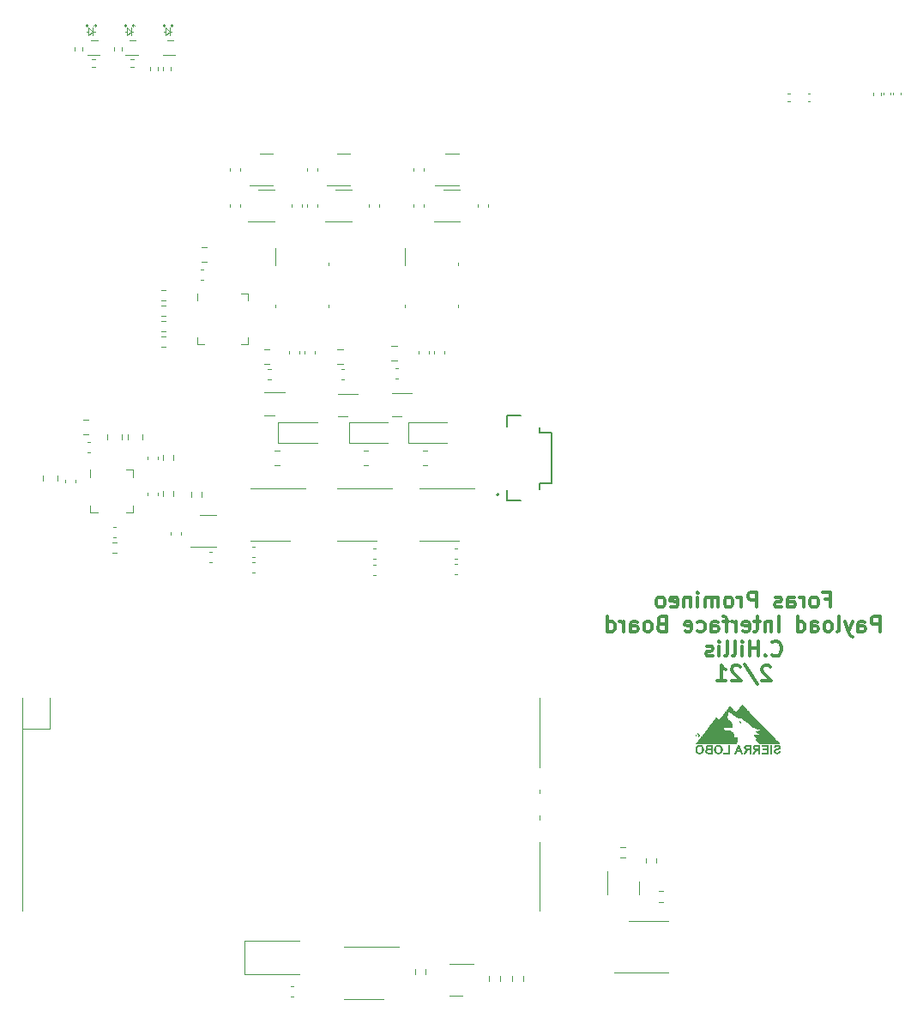
<source format=gbo>
G04 #@! TF.GenerationSoftware,KiCad,Pcbnew,(6.0.5)*
G04 #@! TF.CreationDate,2022-06-17T13:42:06-04:00*
G04 #@! TF.ProjectId,FP Interface Card,46502049-6e74-4657-9266-616365204361,rev?*
G04 #@! TF.SameCoordinates,Original*
G04 #@! TF.FileFunction,Legend,Bot*
G04 #@! TF.FilePolarity,Positive*
%FSLAX46Y46*%
G04 Gerber Fmt 4.6, Leading zero omitted, Abs format (unit mm)*
G04 Created by KiCad (PCBNEW (6.0.5)) date 2022-06-17 13:42:06*
%MOMM*%
%LPD*%
G01*
G04 APERTURE LIST*
%ADD10C,0.300000*%
%ADD11C,0.120000*%
%ADD12C,0.060000*%
%ADD13C,0.200000*%
G04 APERTURE END LIST*
D10*
X120791714Y-120976357D02*
X121291714Y-120976357D01*
X121291714Y-121762071D02*
X121291714Y-120262071D01*
X120577428Y-120262071D01*
X119791714Y-121762071D02*
X119934571Y-121690642D01*
X120006000Y-121619214D01*
X120077428Y-121476357D01*
X120077428Y-121047785D01*
X120006000Y-120904928D01*
X119934571Y-120833500D01*
X119791714Y-120762071D01*
X119577428Y-120762071D01*
X119434571Y-120833500D01*
X119363142Y-120904928D01*
X119291714Y-121047785D01*
X119291714Y-121476357D01*
X119363142Y-121619214D01*
X119434571Y-121690642D01*
X119577428Y-121762071D01*
X119791714Y-121762071D01*
X118648857Y-121762071D02*
X118648857Y-120762071D01*
X118648857Y-121047785D02*
X118577428Y-120904928D01*
X118506000Y-120833500D01*
X118363142Y-120762071D01*
X118220285Y-120762071D01*
X117077428Y-121762071D02*
X117077428Y-120976357D01*
X117148857Y-120833500D01*
X117291714Y-120762071D01*
X117577428Y-120762071D01*
X117720285Y-120833500D01*
X117077428Y-121690642D02*
X117220285Y-121762071D01*
X117577428Y-121762071D01*
X117720285Y-121690642D01*
X117791714Y-121547785D01*
X117791714Y-121404928D01*
X117720285Y-121262071D01*
X117577428Y-121190642D01*
X117220285Y-121190642D01*
X117077428Y-121119214D01*
X116434571Y-121690642D02*
X116291714Y-121762071D01*
X116006000Y-121762071D01*
X115863142Y-121690642D01*
X115791714Y-121547785D01*
X115791714Y-121476357D01*
X115863142Y-121333500D01*
X116006000Y-121262071D01*
X116220285Y-121262071D01*
X116363142Y-121190642D01*
X116434571Y-121047785D01*
X116434571Y-120976357D01*
X116363142Y-120833500D01*
X116220285Y-120762071D01*
X116006000Y-120762071D01*
X115863142Y-120833500D01*
X114006000Y-121762071D02*
X114006000Y-120262071D01*
X113434571Y-120262071D01*
X113291714Y-120333500D01*
X113220285Y-120404928D01*
X113148857Y-120547785D01*
X113148857Y-120762071D01*
X113220285Y-120904928D01*
X113291714Y-120976357D01*
X113434571Y-121047785D01*
X114006000Y-121047785D01*
X112506000Y-121762071D02*
X112506000Y-120762071D01*
X112506000Y-121047785D02*
X112434571Y-120904928D01*
X112363142Y-120833500D01*
X112220285Y-120762071D01*
X112077428Y-120762071D01*
X111363142Y-121762071D02*
X111506000Y-121690642D01*
X111577428Y-121619214D01*
X111648857Y-121476357D01*
X111648857Y-121047785D01*
X111577428Y-120904928D01*
X111506000Y-120833500D01*
X111363142Y-120762071D01*
X111148857Y-120762071D01*
X111006000Y-120833500D01*
X110934571Y-120904928D01*
X110863142Y-121047785D01*
X110863142Y-121476357D01*
X110934571Y-121619214D01*
X111006000Y-121690642D01*
X111148857Y-121762071D01*
X111363142Y-121762071D01*
X110220285Y-121762071D02*
X110220285Y-120762071D01*
X110220285Y-120904928D02*
X110148857Y-120833500D01*
X110006000Y-120762071D01*
X109791714Y-120762071D01*
X109648857Y-120833500D01*
X109577428Y-120976357D01*
X109577428Y-121762071D01*
X109577428Y-120976357D02*
X109506000Y-120833500D01*
X109363142Y-120762071D01*
X109148857Y-120762071D01*
X109006000Y-120833500D01*
X108934571Y-120976357D01*
X108934571Y-121762071D01*
X108220285Y-121762071D02*
X108220285Y-120762071D01*
X108220285Y-120262071D02*
X108291714Y-120333500D01*
X108220285Y-120404928D01*
X108148857Y-120333500D01*
X108220285Y-120262071D01*
X108220285Y-120404928D01*
X107506000Y-120762071D02*
X107506000Y-121762071D01*
X107506000Y-120904928D02*
X107434571Y-120833500D01*
X107291714Y-120762071D01*
X107077428Y-120762071D01*
X106934571Y-120833500D01*
X106863142Y-120976357D01*
X106863142Y-121762071D01*
X105577428Y-121690642D02*
X105720285Y-121762071D01*
X106006000Y-121762071D01*
X106148857Y-121690642D01*
X106220285Y-121547785D01*
X106220285Y-120976357D01*
X106148857Y-120833500D01*
X106006000Y-120762071D01*
X105720285Y-120762071D01*
X105577428Y-120833500D01*
X105506000Y-120976357D01*
X105506000Y-121119214D01*
X106220285Y-121262071D01*
X104648857Y-121762071D02*
X104791714Y-121690642D01*
X104863142Y-121619214D01*
X104934571Y-121476357D01*
X104934571Y-121047785D01*
X104863142Y-120904928D01*
X104791714Y-120833500D01*
X104648857Y-120762071D01*
X104434571Y-120762071D01*
X104291714Y-120833500D01*
X104220285Y-120904928D01*
X104148857Y-121047785D01*
X104148857Y-121476357D01*
X104220285Y-121619214D01*
X104291714Y-121690642D01*
X104434571Y-121762071D01*
X104648857Y-121762071D01*
X126184571Y-124177071D02*
X126184571Y-122677071D01*
X125613142Y-122677071D01*
X125470285Y-122748500D01*
X125398857Y-122819928D01*
X125327428Y-122962785D01*
X125327428Y-123177071D01*
X125398857Y-123319928D01*
X125470285Y-123391357D01*
X125613142Y-123462785D01*
X126184571Y-123462785D01*
X124041714Y-124177071D02*
X124041714Y-123391357D01*
X124113142Y-123248500D01*
X124256000Y-123177071D01*
X124541714Y-123177071D01*
X124684571Y-123248500D01*
X124041714Y-124105642D02*
X124184571Y-124177071D01*
X124541714Y-124177071D01*
X124684571Y-124105642D01*
X124756000Y-123962785D01*
X124756000Y-123819928D01*
X124684571Y-123677071D01*
X124541714Y-123605642D01*
X124184571Y-123605642D01*
X124041714Y-123534214D01*
X123470285Y-123177071D02*
X123113142Y-124177071D01*
X122756000Y-123177071D02*
X123113142Y-124177071D01*
X123256000Y-124534214D01*
X123327428Y-124605642D01*
X123470285Y-124677071D01*
X121970285Y-124177071D02*
X122113142Y-124105642D01*
X122184571Y-123962785D01*
X122184571Y-122677071D01*
X121184571Y-124177071D02*
X121327428Y-124105642D01*
X121398857Y-124034214D01*
X121470285Y-123891357D01*
X121470285Y-123462785D01*
X121398857Y-123319928D01*
X121327428Y-123248500D01*
X121184571Y-123177071D01*
X120970285Y-123177071D01*
X120827428Y-123248500D01*
X120756000Y-123319928D01*
X120684571Y-123462785D01*
X120684571Y-123891357D01*
X120756000Y-124034214D01*
X120827428Y-124105642D01*
X120970285Y-124177071D01*
X121184571Y-124177071D01*
X119398857Y-124177071D02*
X119398857Y-123391357D01*
X119470285Y-123248500D01*
X119613142Y-123177071D01*
X119898857Y-123177071D01*
X120041714Y-123248500D01*
X119398857Y-124105642D02*
X119541714Y-124177071D01*
X119898857Y-124177071D01*
X120041714Y-124105642D01*
X120113142Y-123962785D01*
X120113142Y-123819928D01*
X120041714Y-123677071D01*
X119898857Y-123605642D01*
X119541714Y-123605642D01*
X119398857Y-123534214D01*
X118041714Y-124177071D02*
X118041714Y-122677071D01*
X118041714Y-124105642D02*
X118184571Y-124177071D01*
X118470285Y-124177071D01*
X118613142Y-124105642D01*
X118684571Y-124034214D01*
X118756000Y-123891357D01*
X118756000Y-123462785D01*
X118684571Y-123319928D01*
X118613142Y-123248500D01*
X118470285Y-123177071D01*
X118184571Y-123177071D01*
X118041714Y-123248500D01*
X116184571Y-124177071D02*
X116184571Y-122677071D01*
X115470285Y-123177071D02*
X115470285Y-124177071D01*
X115470285Y-123319928D02*
X115398857Y-123248500D01*
X115256000Y-123177071D01*
X115041714Y-123177071D01*
X114898857Y-123248500D01*
X114827428Y-123391357D01*
X114827428Y-124177071D01*
X114327428Y-123177071D02*
X113756000Y-123177071D01*
X114113142Y-122677071D02*
X114113142Y-123962785D01*
X114041714Y-124105642D01*
X113898857Y-124177071D01*
X113756000Y-124177071D01*
X112684571Y-124105642D02*
X112827428Y-124177071D01*
X113113142Y-124177071D01*
X113256000Y-124105642D01*
X113327428Y-123962785D01*
X113327428Y-123391357D01*
X113256000Y-123248500D01*
X113113142Y-123177071D01*
X112827428Y-123177071D01*
X112684571Y-123248500D01*
X112613142Y-123391357D01*
X112613142Y-123534214D01*
X113327428Y-123677071D01*
X111970285Y-124177071D02*
X111970285Y-123177071D01*
X111970285Y-123462785D02*
X111898857Y-123319928D01*
X111827428Y-123248500D01*
X111684571Y-123177071D01*
X111541714Y-123177071D01*
X111256000Y-123177071D02*
X110684571Y-123177071D01*
X111041714Y-124177071D02*
X111041714Y-122891357D01*
X110970285Y-122748500D01*
X110827428Y-122677071D01*
X110684571Y-122677071D01*
X109541714Y-124177071D02*
X109541714Y-123391357D01*
X109613142Y-123248500D01*
X109756000Y-123177071D01*
X110041714Y-123177071D01*
X110184571Y-123248500D01*
X109541714Y-124105642D02*
X109684571Y-124177071D01*
X110041714Y-124177071D01*
X110184571Y-124105642D01*
X110256000Y-123962785D01*
X110256000Y-123819928D01*
X110184571Y-123677071D01*
X110041714Y-123605642D01*
X109684571Y-123605642D01*
X109541714Y-123534214D01*
X108184571Y-124105642D02*
X108327428Y-124177071D01*
X108613142Y-124177071D01*
X108756000Y-124105642D01*
X108827428Y-124034214D01*
X108898857Y-123891357D01*
X108898857Y-123462785D01*
X108827428Y-123319928D01*
X108756000Y-123248500D01*
X108613142Y-123177071D01*
X108327428Y-123177071D01*
X108184571Y-123248500D01*
X106970285Y-124105642D02*
X107113142Y-124177071D01*
X107398857Y-124177071D01*
X107541714Y-124105642D01*
X107613142Y-123962785D01*
X107613142Y-123391357D01*
X107541714Y-123248500D01*
X107398857Y-123177071D01*
X107113142Y-123177071D01*
X106970285Y-123248500D01*
X106898857Y-123391357D01*
X106898857Y-123534214D01*
X107613142Y-123677071D01*
X104613142Y-123391357D02*
X104398857Y-123462785D01*
X104327428Y-123534214D01*
X104256000Y-123677071D01*
X104256000Y-123891357D01*
X104327428Y-124034214D01*
X104398857Y-124105642D01*
X104541714Y-124177071D01*
X105113142Y-124177071D01*
X105113142Y-122677071D01*
X104613142Y-122677071D01*
X104470285Y-122748500D01*
X104398857Y-122819928D01*
X104327428Y-122962785D01*
X104327428Y-123105642D01*
X104398857Y-123248500D01*
X104470285Y-123319928D01*
X104613142Y-123391357D01*
X105113142Y-123391357D01*
X103398857Y-124177071D02*
X103541714Y-124105642D01*
X103613142Y-124034214D01*
X103684571Y-123891357D01*
X103684571Y-123462785D01*
X103613142Y-123319928D01*
X103541714Y-123248500D01*
X103398857Y-123177071D01*
X103184571Y-123177071D01*
X103041714Y-123248500D01*
X102970285Y-123319928D01*
X102898857Y-123462785D01*
X102898857Y-123891357D01*
X102970285Y-124034214D01*
X103041714Y-124105642D01*
X103184571Y-124177071D01*
X103398857Y-124177071D01*
X101613142Y-124177071D02*
X101613142Y-123391357D01*
X101684571Y-123248500D01*
X101827428Y-123177071D01*
X102113142Y-123177071D01*
X102256000Y-123248500D01*
X101613142Y-124105642D02*
X101756000Y-124177071D01*
X102113142Y-124177071D01*
X102256000Y-124105642D01*
X102327428Y-123962785D01*
X102327428Y-123819928D01*
X102256000Y-123677071D01*
X102113142Y-123605642D01*
X101756000Y-123605642D01*
X101613142Y-123534214D01*
X100898857Y-124177071D02*
X100898857Y-123177071D01*
X100898857Y-123462785D02*
X100827428Y-123319928D01*
X100756000Y-123248500D01*
X100613142Y-123177071D01*
X100470285Y-123177071D01*
X99327428Y-124177071D02*
X99327428Y-122677071D01*
X99327428Y-124105642D02*
X99470285Y-124177071D01*
X99756000Y-124177071D01*
X99898857Y-124105642D01*
X99970285Y-124034214D01*
X100041714Y-123891357D01*
X100041714Y-123462785D01*
X99970285Y-123319928D01*
X99898857Y-123248500D01*
X99756000Y-123177071D01*
X99470285Y-123177071D01*
X99327428Y-123248500D01*
X115541714Y-126449214D02*
X115613142Y-126520642D01*
X115827428Y-126592071D01*
X115970285Y-126592071D01*
X116184571Y-126520642D01*
X116327428Y-126377785D01*
X116398857Y-126234928D01*
X116470285Y-125949214D01*
X116470285Y-125734928D01*
X116398857Y-125449214D01*
X116327428Y-125306357D01*
X116184571Y-125163500D01*
X115970285Y-125092071D01*
X115827428Y-125092071D01*
X115613142Y-125163500D01*
X115541714Y-125234928D01*
X114898857Y-126449214D02*
X114827428Y-126520642D01*
X114898857Y-126592071D01*
X114970285Y-126520642D01*
X114898857Y-126449214D01*
X114898857Y-126592071D01*
X114184571Y-126592071D02*
X114184571Y-125092071D01*
X114184571Y-125806357D02*
X113327428Y-125806357D01*
X113327428Y-126592071D02*
X113327428Y-125092071D01*
X112613142Y-126592071D02*
X112613142Y-125592071D01*
X112613142Y-125092071D02*
X112684571Y-125163500D01*
X112613142Y-125234928D01*
X112541714Y-125163500D01*
X112613142Y-125092071D01*
X112613142Y-125234928D01*
X111684571Y-126592071D02*
X111827428Y-126520642D01*
X111898857Y-126377785D01*
X111898857Y-125092071D01*
X110898857Y-126592071D02*
X111041714Y-126520642D01*
X111113142Y-126377785D01*
X111113142Y-125092071D01*
X110327428Y-126592071D02*
X110327428Y-125592071D01*
X110327428Y-125092071D02*
X110398857Y-125163500D01*
X110327428Y-125234928D01*
X110256000Y-125163500D01*
X110327428Y-125092071D01*
X110327428Y-125234928D01*
X109684571Y-126520642D02*
X109541714Y-126592071D01*
X109256000Y-126592071D01*
X109113142Y-126520642D01*
X109041714Y-126377785D01*
X109041714Y-126306357D01*
X109113142Y-126163500D01*
X109256000Y-126092071D01*
X109470285Y-126092071D01*
X109613142Y-126020642D01*
X109684571Y-125877785D01*
X109684571Y-125806357D01*
X109613142Y-125663500D01*
X109470285Y-125592071D01*
X109256000Y-125592071D01*
X109113142Y-125663500D01*
X115398857Y-127649928D02*
X115327428Y-127578500D01*
X115184571Y-127507071D01*
X114827428Y-127507071D01*
X114684571Y-127578500D01*
X114613142Y-127649928D01*
X114541714Y-127792785D01*
X114541714Y-127935642D01*
X114613142Y-128149928D01*
X115470285Y-129007071D01*
X114541714Y-129007071D01*
X112827428Y-127435642D02*
X114113142Y-129364214D01*
X112398857Y-127649928D02*
X112327428Y-127578500D01*
X112184571Y-127507071D01*
X111827428Y-127507071D01*
X111684571Y-127578500D01*
X111613142Y-127649928D01*
X111541714Y-127792785D01*
X111541714Y-127935642D01*
X111613142Y-128149928D01*
X112470285Y-129007071D01*
X111541714Y-129007071D01*
X110113142Y-129007071D02*
X110970285Y-129007071D01*
X110541714Y-129007071D02*
X110541714Y-127507071D01*
X110684571Y-127721357D01*
X110827428Y-127864214D01*
X110970285Y-127935642D01*
D11*
X58800208Y-91505401D02*
X58800208Y-90805401D01*
X63100208Y-90805401D02*
X63800208Y-90805401D01*
X63800208Y-91505401D02*
X63800208Y-90805401D01*
X63100208Y-95805401D02*
X63800208Y-95805401D01*
X58800208Y-95105401D02*
X58800208Y-95805401D01*
X59500208Y-95805401D02*
X58800208Y-95805401D01*
X63800208Y-95105401D02*
X63800208Y-95805401D01*
X48503781Y-64974280D02*
X48103781Y-64574280D01*
X48503781Y-64974280D02*
X48703781Y-64974280D01*
D12*
X48703781Y-64274280D02*
X48803781Y-64374280D01*
X48603781Y-64374280D02*
X48703781Y-64274280D01*
X47903781Y-64274280D02*
X48003781Y-64374280D01*
D11*
X48103781Y-65374280D02*
X48503781Y-64974280D01*
X48103781Y-64574280D02*
X48103781Y-65374280D01*
D12*
X47903781Y-64474280D02*
X47903781Y-64274280D01*
X48703781Y-64474280D02*
X48703781Y-64274280D01*
D11*
X48103781Y-64974280D02*
X47903781Y-64974280D01*
X48503781Y-64574280D02*
X48503781Y-65374280D01*
D12*
X47803781Y-64374280D02*
X47903781Y-64274280D01*
X51703773Y-64274280D02*
X51803773Y-64374280D01*
X52403773Y-64374280D02*
X52503773Y-64274280D01*
D11*
X51903773Y-65374280D02*
X52303773Y-64974280D01*
X51903773Y-64574280D02*
X51903773Y-65374280D01*
X52303773Y-64974280D02*
X51903773Y-64574280D01*
X51903773Y-64974280D02*
X51703773Y-64974280D01*
X52303773Y-64974280D02*
X52503773Y-64974280D01*
D12*
X52503773Y-64474280D02*
X52503773Y-64274280D01*
X51603773Y-64374280D02*
X51703773Y-64274280D01*
X51703773Y-64474280D02*
X51703773Y-64274280D01*
D11*
X52303773Y-64574280D02*
X52303773Y-65374280D01*
D12*
X52503773Y-64274280D02*
X52603773Y-64374280D01*
D11*
X55703791Y-64574280D02*
X55703791Y-65374280D01*
X55703791Y-64974280D02*
X55503791Y-64974280D01*
X55703791Y-65374280D02*
X56103791Y-64974280D01*
D12*
X56303791Y-64474280D02*
X56303791Y-64274280D01*
D11*
X56103791Y-64974280D02*
X56303791Y-64974280D01*
D12*
X56203791Y-64374280D02*
X56303791Y-64274280D01*
X56303791Y-64274280D02*
X56403791Y-64374280D01*
D11*
X56103791Y-64974280D02*
X55703791Y-64574280D01*
X56103791Y-64574280D02*
X56103791Y-65374280D01*
D12*
X55403791Y-64374280D02*
X55503791Y-64274280D01*
X55503791Y-64474280D02*
X55503791Y-64274280D01*
X55503791Y-64274280D02*
X55603791Y-64374280D01*
D11*
X127238300Y-71008164D02*
X127238300Y-71223836D01*
X126518300Y-71008164D02*
X126518300Y-71223836D01*
X128228900Y-71008164D02*
X128228900Y-71223836D01*
X127508900Y-71008164D02*
X127508900Y-71223836D01*
X47959000Y-67269400D02*
X47959000Y-67269400D01*
X48959000Y-65869400D02*
X48359000Y-65869400D01*
X49159000Y-67269400D02*
X47959000Y-67269400D01*
X52943600Y-67269400D02*
X51743600Y-67269400D01*
X52743600Y-65869400D02*
X52143600Y-65869400D01*
X51743600Y-67269400D02*
X51743600Y-67269400D01*
X56452000Y-65869400D02*
X55852000Y-65869400D01*
X55452000Y-67269400D02*
X55452000Y-67269400D01*
X56652000Y-67269400D02*
X55452000Y-67269400D01*
X48429159Y-67738800D02*
X48736441Y-67738800D01*
X48429159Y-68498800D02*
X48736441Y-68498800D01*
X125507700Y-70987759D02*
X125507700Y-71295041D01*
X126267700Y-70987759D02*
X126267700Y-71295041D01*
X47489600Y-66824641D02*
X47489600Y-66517359D01*
X46729600Y-66824641D02*
X46729600Y-66517359D01*
X52239159Y-68498800D02*
X52546441Y-68498800D01*
X52239159Y-67738800D02*
X52546441Y-67738800D01*
X51325000Y-66824641D02*
X51325000Y-66517359D01*
X50565000Y-66824641D02*
X50565000Y-66517359D01*
X56155800Y-68465159D02*
X56155800Y-68772441D01*
X55395800Y-68465159D02*
X55395800Y-68772441D01*
X54906400Y-68780441D02*
X54906400Y-68473159D01*
X54146400Y-68780441D02*
X54146400Y-68473159D01*
X119061564Y-71857000D02*
X119277236Y-71857000D01*
X119061564Y-71137000D02*
X119277236Y-71137000D01*
X117296036Y-71857000D02*
X117080364Y-71857000D01*
X117296036Y-71137000D02*
X117080364Y-71137000D01*
X84200420Y-117473000D02*
X84481580Y-117473000D01*
X84200420Y-118493000D02*
X84481580Y-118493000D01*
X66040000Y-110085000D02*
X69490000Y-110085000D01*
X66040000Y-115205000D02*
X67990000Y-115205000D01*
X66040000Y-115205000D02*
X64090000Y-115205000D01*
X66040000Y-110085000D02*
X64090000Y-110085000D01*
X73310580Y-98292000D02*
X73029420Y-98292000D01*
X73310580Y-99312000D02*
X73029420Y-99312000D01*
X83952200Y-80569400D02*
X83152200Y-80569400D01*
X83952200Y-80569400D02*
X84752200Y-80569400D01*
X83952200Y-83689400D02*
X84752200Y-83689400D01*
X83952200Y-83689400D02*
X82152200Y-83689400D01*
X81528064Y-106322000D02*
X81073936Y-106322000D01*
X81528064Y-107792000D02*
X81073936Y-107792000D01*
D13*
X89360000Y-111257000D02*
X89360000Y-110207000D01*
X89360000Y-111257000D02*
X90760000Y-111257000D01*
X92610000Y-104557000D02*
X93810000Y-104557000D01*
X92610000Y-109557000D02*
X93810000Y-109557000D01*
X92610000Y-104007000D02*
X92610000Y-104557000D01*
X89360000Y-102857000D02*
X90760000Y-102857000D01*
X92610000Y-110107000D02*
X92610000Y-109557000D01*
X89360000Y-102857000D02*
X89360000Y-103907000D01*
X93810000Y-109557000D02*
X93810000Y-104557000D01*
X88585000Y-110657000D02*
G75*
G03*
X88585000Y-110657000I-100000J0D01*
G01*
D11*
X66071580Y-98311000D02*
X65790420Y-98311000D01*
X66071580Y-99331000D02*
X65790420Y-99331000D01*
X103385000Y-152689000D02*
X105335000Y-152689000D01*
X103385000Y-157809000D02*
X99935000Y-157809000D01*
X103385000Y-157809000D02*
X105335000Y-157809000D01*
X103385000Y-152689000D02*
X101435000Y-152689000D01*
X69680200Y-82269980D02*
X69680200Y-81988820D01*
X70700200Y-82269980D02*
X70700200Y-81988820D01*
X49897200Y-105250652D02*
X49897200Y-104728148D01*
X51367200Y-105250652D02*
X51367200Y-104728148D01*
X79296200Y-91938984D02*
X79296200Y-92203400D01*
X84516200Y-91938984D02*
X84516200Y-92203400D01*
X79296200Y-88067816D02*
X79296200Y-86353400D01*
X84516200Y-88067816D02*
X84516200Y-87803400D01*
X80140200Y-82289980D02*
X80140200Y-82008820D01*
X81160200Y-82289980D02*
X81160200Y-82008820D01*
X84200420Y-115949000D02*
X84481580Y-115949000D01*
X84200420Y-116969000D02*
X84481580Y-116969000D01*
X81336500Y-157482742D02*
X81336500Y-157957258D01*
X80291500Y-157482742D02*
X80291500Y-157957258D01*
X78644580Y-98217000D02*
X78363420Y-98217000D01*
X78644580Y-99237000D02*
X78363420Y-99237000D01*
X50869458Y-115388900D02*
X50394942Y-115388900D01*
X50869458Y-116433900D02*
X50394942Y-116433900D01*
X73767000Y-105517000D02*
X73767000Y-103517000D01*
X73767000Y-103517000D02*
X77617000Y-103517000D01*
X73767000Y-105517000D02*
X77617000Y-105517000D01*
X104121500Y-146512742D02*
X104121500Y-146987258D01*
X103076500Y-146512742D02*
X103076500Y-146987258D01*
X56159800Y-114641180D02*
X56159800Y-114360020D01*
X57179800Y-114641180D02*
X57179800Y-114360020D01*
X76186420Y-115949000D02*
X76467580Y-115949000D01*
X76186420Y-116969000D02*
X76467580Y-116969000D01*
X90966500Y-158132742D02*
X90966500Y-158607258D01*
X89921500Y-158132742D02*
X89921500Y-158607258D01*
X63498000Y-154676000D02*
X68898000Y-154676000D01*
X63498000Y-157976000D02*
X63498000Y-154676000D01*
X63498000Y-157976000D02*
X68898000Y-157976000D01*
X67431000Y-100603000D02*
X65431000Y-100603000D01*
X65431000Y-102843000D02*
X66431000Y-102843000D01*
X59900600Y-112710200D02*
X59100600Y-112710200D01*
X59900600Y-112710200D02*
X60700600Y-112710200D01*
X59900600Y-115830200D02*
X58100600Y-115830200D01*
X59900600Y-115830200D02*
X60700600Y-115830200D01*
X48268200Y-111708400D02*
X48268200Y-112433400D01*
X48268200Y-108938400D02*
X48268200Y-108213400D01*
X52488200Y-108938400D02*
X52488200Y-108213400D01*
X52488200Y-108213400D02*
X51763200Y-108213400D01*
X52488200Y-112433400D02*
X51763200Y-112433400D01*
X52488200Y-111708400D02*
X52488200Y-112433400D01*
X48268200Y-112433400D02*
X48993200Y-112433400D01*
X55220942Y-96113900D02*
X55695458Y-96113900D01*
X55220942Y-95068900D02*
X55695458Y-95068900D01*
X66923064Y-107792000D02*
X66468936Y-107792000D01*
X66923064Y-106322000D02*
X66468936Y-106322000D01*
X69176200Y-82269980D02*
X69176200Y-81988820D01*
X68156200Y-82269980D02*
X68156200Y-81988820D01*
X55443700Y-107258658D02*
X55443700Y-106784142D01*
X56488700Y-107258658D02*
X56488700Y-106784142D01*
X58227500Y-110412742D02*
X58227500Y-110887258D01*
X59272500Y-110412742D02*
X59272500Y-110887258D01*
X63080200Y-78713980D02*
X63080200Y-78432820D01*
X62060200Y-78713980D02*
X62060200Y-78432820D01*
X54952200Y-110717980D02*
X54952200Y-110436820D01*
X53932200Y-110717980D02*
X53932200Y-110436820D01*
G36*
X114397155Y-135810783D02*
G01*
X114397266Y-135869959D01*
X114397333Y-135926824D01*
X114397357Y-135980845D01*
X114397340Y-136031492D01*
X114397282Y-136078231D01*
X114397186Y-136120532D01*
X114397053Y-136157861D01*
X114396884Y-136189687D01*
X114396682Y-136215479D01*
X114396447Y-136234703D01*
X114396181Y-136246827D01*
X114395886Y-136251321D01*
X114395146Y-136251712D01*
X114387994Y-136252755D01*
X114374332Y-136253653D01*
X114355385Y-136254356D01*
X114332377Y-136254815D01*
X114306533Y-136254979D01*
X114281150Y-136254932D01*
X114258105Y-136254716D01*
X114241349Y-136254256D01*
X114229869Y-136253480D01*
X114222652Y-136252314D01*
X114218688Y-136250685D01*
X114216963Y-136248522D01*
X114216667Y-136246488D01*
X114216167Y-136236968D01*
X114215719Y-136220653D01*
X114215333Y-136198423D01*
X114215020Y-136171155D01*
X114214792Y-136139728D01*
X114214660Y-136105020D01*
X114214636Y-136067909D01*
X114214653Y-136046806D01*
X114214676Y-136011001D01*
X114214691Y-135978123D01*
X114214698Y-135949045D01*
X114214695Y-135924640D01*
X114214684Y-135905781D01*
X114214665Y-135893340D01*
X114214636Y-135888190D01*
X114214630Y-135888062D01*
X114212967Y-135885854D01*
X114207621Y-135884440D01*
X114197477Y-135883741D01*
X114181415Y-135883676D01*
X114158321Y-135884167D01*
X114141229Y-135884693D01*
X114122690Y-135885601D01*
X114109107Y-135886972D01*
X114098600Y-135889110D01*
X114089287Y-135892316D01*
X114079290Y-135896894D01*
X114075066Y-135899024D01*
X114065934Y-135904219D01*
X114056973Y-135910404D01*
X114047763Y-135918111D01*
X114037883Y-135927871D01*
X114026914Y-135940218D01*
X114014435Y-135955683D01*
X114000025Y-135974799D01*
X113983265Y-135998097D01*
X113963734Y-136026109D01*
X113941013Y-136059368D01*
X113914680Y-136098406D01*
X113884315Y-136143755D01*
X113810014Y-136254979D01*
X113704037Y-136254979D01*
X113677769Y-136254898D01*
X113651934Y-136254641D01*
X113629973Y-136254235D01*
X113612959Y-136253705D01*
X113601964Y-136253078D01*
X113598060Y-136252380D01*
X113598710Y-136250798D01*
X113603011Y-136243105D01*
X113610842Y-136229986D01*
X113621618Y-136212366D01*
X113634756Y-136191167D01*
X113649671Y-136167313D01*
X113665780Y-136141727D01*
X113682498Y-136115334D01*
X113699241Y-136089055D01*
X113715427Y-136063816D01*
X113730469Y-136040538D01*
X113743786Y-136020147D01*
X113754791Y-136003564D01*
X113762903Y-135991714D01*
X113768871Y-135983402D01*
X113802511Y-135941816D01*
X113837536Y-135907017D01*
X113873266Y-135879694D01*
X113901119Y-135861552D01*
X113863869Y-135852416D01*
X113860103Y-135851457D01*
X113837809Y-135844763D01*
X113814625Y-135836451D01*
X113795005Y-135828095D01*
X113780198Y-135820237D01*
X113747709Y-135796864D01*
X113720402Y-135768153D01*
X113698539Y-135734995D01*
X113682381Y-135698280D01*
X113672192Y-135658898D01*
X113668231Y-135617740D01*
X113668685Y-135610191D01*
X113855283Y-135610191D01*
X113855420Y-135634467D01*
X113858679Y-135657949D01*
X113864950Y-135677428D01*
X113874554Y-135694509D01*
X113887070Y-135708945D01*
X113902954Y-135719782D01*
X113923382Y-135727609D01*
X113949528Y-135733018D01*
X113982569Y-135736601D01*
X113984623Y-135736755D01*
X114005378Y-135737949D01*
X114031827Y-135738993D01*
X114061772Y-135739825D01*
X114093015Y-135740382D01*
X114123355Y-135740601D01*
X114131634Y-135740607D01*
X114159352Y-135740551D01*
X114180154Y-135740315D01*
X114195033Y-135739828D01*
X114204983Y-135739018D01*
X114211000Y-135737811D01*
X114214076Y-135736135D01*
X114215207Y-135733919D01*
X114215502Y-135728704D01*
X114215708Y-135716311D01*
X114215799Y-135697990D01*
X114215775Y-135674893D01*
X114215634Y-135648170D01*
X114215374Y-135618975D01*
X114214221Y-135510806D01*
X114077851Y-135513467D01*
X114045748Y-135514119D01*
X114014227Y-135514860D01*
X113989115Y-135515621D01*
X113969459Y-135516470D01*
X113954304Y-135517471D01*
X113942698Y-135518689D01*
X113933686Y-135520190D01*
X113926314Y-135522040D01*
X113919629Y-135524303D01*
X113913703Y-135526770D01*
X113892057Y-135540133D01*
X113873899Y-135558040D01*
X113861567Y-135578318D01*
X113858376Y-135588329D01*
X113855283Y-135610191D01*
X113668685Y-135610191D01*
X113670761Y-135575696D01*
X113680044Y-135533657D01*
X113696342Y-135492512D01*
X113704826Y-135477485D01*
X113722443Y-135453343D01*
X113743407Y-135430648D01*
X113765709Y-135411486D01*
X113787339Y-135397948D01*
X113791091Y-135396143D01*
X113804705Y-135390030D01*
X113818409Y-135384756D01*
X113832877Y-135380266D01*
X113848781Y-135376503D01*
X113866794Y-135373410D01*
X113887588Y-135370932D01*
X113911837Y-135369011D01*
X113940213Y-135367591D01*
X113973388Y-135366615D01*
X114012036Y-135366028D01*
X114056829Y-135365773D01*
X114108439Y-135365793D01*
X114167539Y-135366031D01*
X114396148Y-135367224D01*
X114396899Y-135697990D01*
X114397147Y-135807443D01*
X114397155Y-135810783D01*
G37*
G36*
X115565723Y-136254979D02*
G01*
X115386103Y-136254979D01*
X115386103Y-135365183D01*
X115565723Y-135365183D01*
X115565723Y-136254979D01*
G37*
G36*
X108819137Y-135911310D02*
G01*
X108806632Y-135964737D01*
X108789233Y-136014490D01*
X108766919Y-136059359D01*
X108740946Y-136097885D01*
X108704617Y-136138769D01*
X108662923Y-136173874D01*
X108616356Y-136202901D01*
X108565407Y-136225552D01*
X108510570Y-136241528D01*
X108452335Y-136250529D01*
X108445392Y-136251157D01*
X108425477Y-136252887D01*
X108410500Y-136253893D01*
X108397976Y-136254181D01*
X108385420Y-136253758D01*
X108370349Y-136252631D01*
X108350278Y-136250806D01*
X108335838Y-136249287D01*
X108275582Y-136238672D01*
X108220315Y-136221624D01*
X108170059Y-136198152D01*
X108124836Y-136168266D01*
X108084666Y-136131976D01*
X108067170Y-136112490D01*
X108035894Y-136070144D01*
X108010729Y-136024222D01*
X107991485Y-135974171D01*
X107977972Y-135919444D01*
X107969998Y-135859488D01*
X107967950Y-135808235D01*
X108154746Y-135808235D01*
X108154921Y-135832609D01*
X108155477Y-135851573D01*
X108156543Y-135866759D01*
X108158247Y-135879803D01*
X108160719Y-135892339D01*
X108164085Y-135906000D01*
X108168604Y-135921983D01*
X108185100Y-135965273D01*
X108206344Y-136002297D01*
X108232662Y-136033551D01*
X108264378Y-136059533D01*
X108265382Y-136060211D01*
X108283176Y-136070953D01*
X108302551Y-136080815D01*
X108319489Y-136087740D01*
X108338706Y-136092686D01*
X108367295Y-136096833D01*
X108397910Y-136098563D01*
X108427331Y-136097719D01*
X108452335Y-136094146D01*
X108488253Y-136082791D01*
X108525774Y-136063212D01*
X108558883Y-136037088D01*
X108586954Y-136004923D01*
X108609363Y-135967224D01*
X108615834Y-135952801D01*
X108630474Y-135908992D01*
X108639601Y-135860631D01*
X108643298Y-135807157D01*
X108641647Y-135748007D01*
X108641221Y-135742220D01*
X108635275Y-135694267D01*
X108625225Y-135652511D01*
X108610689Y-135615969D01*
X108591287Y-135583660D01*
X108566639Y-135554604D01*
X108548641Y-135537966D01*
X108516259Y-135515418D01*
X108480821Y-135499747D01*
X108441439Y-135490603D01*
X108397224Y-135487632D01*
X108376643Y-135488251D01*
X108333887Y-135494248D01*
X108295523Y-135506816D01*
X108260935Y-135526192D01*
X108229508Y-135552615D01*
X108221269Y-135561291D01*
X108197469Y-135592971D01*
X108178506Y-135630016D01*
X108163881Y-135673347D01*
X108162791Y-135677476D01*
X108159917Y-135689924D01*
X108157827Y-135702628D01*
X108156394Y-135717170D01*
X108155492Y-135735131D01*
X108154997Y-135758091D01*
X108154781Y-135787632D01*
X108154746Y-135808235D01*
X107967950Y-135808235D01*
X107967372Y-135793755D01*
X107968667Y-135748400D01*
X107975721Y-135683438D01*
X107988940Y-135623766D01*
X108008363Y-135569304D01*
X108034024Y-135519973D01*
X108065961Y-135475694D01*
X108104211Y-135436388D01*
X108148810Y-135401977D01*
X108181200Y-135382790D01*
X108230146Y-135361335D01*
X108283347Y-135345714D01*
X108339747Y-135336154D01*
X108398287Y-135332880D01*
X108457912Y-135336116D01*
X108493903Y-135341171D01*
X108549237Y-135354089D01*
X108599306Y-135372912D01*
X108644650Y-135397959D01*
X108685812Y-135429551D01*
X108723330Y-135468007D01*
X108757746Y-135513648D01*
X108771355Y-135535992D01*
X108792537Y-135581287D01*
X108808968Y-135631370D01*
X108820627Y-135685034D01*
X108827494Y-135741070D01*
X108829548Y-135798267D01*
X108829116Y-135807157D01*
X108826769Y-135855416D01*
X108819137Y-135911310D01*
G37*
G36*
X111373213Y-136254979D02*
G01*
X110748623Y-136254979D01*
X110748623Y-136103959D01*
X111193548Y-136103959D01*
X111194591Y-135737632D01*
X111195633Y-135371306D01*
X111373213Y-135369106D01*
X111373213Y-136254979D01*
G37*
G36*
X112594986Y-135993925D02*
G01*
X112613323Y-136041902D01*
X112630191Y-136086123D01*
X112645406Y-136126105D01*
X112658786Y-136161366D01*
X112670146Y-136191422D01*
X112679303Y-136215791D01*
X112686073Y-136233991D01*
X112690274Y-136245540D01*
X112691721Y-136249954D01*
X112691644Y-136250392D01*
X112689167Y-136252001D01*
X112682605Y-136253161D01*
X112671142Y-136253909D01*
X112653964Y-136254279D01*
X112630256Y-136254310D01*
X112599203Y-136254035D01*
X112506613Y-136252938D01*
X112480866Y-136181510D01*
X112473851Y-136162051D01*
X112464804Y-136136954D01*
X112456417Y-136113688D01*
X112449392Y-136094202D01*
X112444433Y-136080446D01*
X112433748Y-136050812D01*
X112258000Y-136051875D01*
X112082251Y-136052938D01*
X112058218Y-136116204D01*
X112054472Y-136126060D01*
X112044742Y-136151618D01*
X112035064Y-136176986D01*
X112026386Y-136199681D01*
X112019655Y-136217224D01*
X112005124Y-136254979D01*
X111909612Y-136254979D01*
X111892617Y-136254947D01*
X111867364Y-136254768D01*
X111845756Y-136254454D01*
X111828922Y-136254030D01*
X111817994Y-136253518D01*
X111814100Y-136252944D01*
X111814294Y-136252310D01*
X111816769Y-136245669D01*
X111821871Y-136232411D01*
X111829321Y-136213253D01*
X111838838Y-136188908D01*
X111850143Y-136160092D01*
X111862956Y-136127519D01*
X111876997Y-136091905D01*
X111891987Y-136053965D01*
X111900228Y-136033124D01*
X111919605Y-135984111D01*
X111940512Y-135931213D01*
X111955083Y-135894338D01*
X112142213Y-135894338D01*
X112142976Y-135896061D01*
X112145990Y-135897386D01*
X112152098Y-135898364D01*
X112162145Y-135899047D01*
X112176978Y-135899488D01*
X112197440Y-135899739D01*
X112224376Y-135899851D01*
X112258633Y-135899877D01*
X112266964Y-135899871D01*
X112296504Y-135899748D01*
X112322945Y-135899482D01*
X112345274Y-135899094D01*
X112362478Y-135898605D01*
X112373542Y-135898037D01*
X112377456Y-135897410D01*
X112376702Y-135894005D01*
X112373488Y-135883720D01*
X112368074Y-135867764D01*
X112360815Y-135847091D01*
X112352064Y-135822655D01*
X112342178Y-135795409D01*
X112331509Y-135766307D01*
X112320413Y-135736303D01*
X112309244Y-135706351D01*
X112298357Y-135677404D01*
X112288106Y-135650416D01*
X112278846Y-135626340D01*
X112270931Y-135606131D01*
X112264717Y-135590743D01*
X112260557Y-135581128D01*
X112258806Y-135578241D01*
X112258539Y-135578820D01*
X112255862Y-135585593D01*
X112250791Y-135598952D01*
X112243645Y-135618042D01*
X112234743Y-135642006D01*
X112224403Y-135669987D01*
X112212943Y-135701128D01*
X112200683Y-135734571D01*
X112197504Y-135743258D01*
X112185406Y-135776302D01*
X112174194Y-135806900D01*
X112164188Y-135834180D01*
X112155708Y-135857274D01*
X112149073Y-135875311D01*
X112144603Y-135887421D01*
X112142616Y-135892734D01*
X112142213Y-135894338D01*
X111955083Y-135894338D01*
X111962194Y-135876343D01*
X111983896Y-135821412D01*
X112004861Y-135768334D01*
X112024334Y-135719022D01*
X112041559Y-135675387D01*
X112052653Y-135647282D01*
X112068141Y-135608068D01*
X112083286Y-135569737D01*
X112097647Y-135533409D01*
X112110783Y-135500202D01*
X112122250Y-135471234D01*
X112131606Y-135447624D01*
X112138409Y-135430489D01*
X112163575Y-135367224D01*
X112354138Y-135367224D01*
X112522894Y-135806000D01*
X112532997Y-135832277D01*
X112554640Y-135888629D01*
X112558007Y-135897410D01*
X112575364Y-135942673D01*
X112594986Y-135993925D01*
G37*
G36*
X112625852Y-131392177D02*
G01*
X112629734Y-131396233D01*
X112644665Y-131411737D01*
X112663426Y-131431112D01*
X112684597Y-131452895D01*
X112706756Y-131475624D01*
X112728483Y-131497836D01*
X112736033Y-131505554D01*
X112751361Y-131521257D01*
X112771639Y-131542060D01*
X112796434Y-131567518D01*
X112825312Y-131597183D01*
X112857839Y-131630612D01*
X112893583Y-131667357D01*
X112932109Y-131706974D01*
X112972984Y-131749016D01*
X113015775Y-131793039D01*
X113060048Y-131838596D01*
X113105369Y-131885242D01*
X113151306Y-131932530D01*
X113168344Y-131950071D01*
X113216554Y-131999699D01*
X113265245Y-132049815D01*
X113313855Y-132099842D01*
X113361825Y-132149202D01*
X113408593Y-132197320D01*
X113453599Y-132243619D01*
X113496281Y-132287520D01*
X113536080Y-132328449D01*
X113572435Y-132365828D01*
X113604784Y-132399080D01*
X113632567Y-132427629D01*
X113655224Y-132450898D01*
X113674479Y-132470670D01*
X113703940Y-132500936D01*
X113737819Y-132535753D01*
X113775399Y-132574382D01*
X113815963Y-132616088D01*
X113858794Y-132660133D01*
X113903175Y-132705779D01*
X113948389Y-132752290D01*
X113993720Y-132798928D01*
X114038450Y-132844955D01*
X114081863Y-132889636D01*
X114156518Y-132966478D01*
X114228412Y-133040476D01*
X114295058Y-133109073D01*
X114356682Y-133172497D01*
X114413508Y-133230981D01*
X114465760Y-133284756D01*
X114513662Y-133334050D01*
X114557440Y-133379097D01*
X114597316Y-133420126D01*
X114633517Y-133457368D01*
X114666265Y-133491054D01*
X114695786Y-133521415D01*
X114722304Y-133548681D01*
X114746043Y-133573084D01*
X114767228Y-133594853D01*
X114786083Y-133614221D01*
X114802832Y-133631417D01*
X114817700Y-133646672D01*
X114830912Y-133660218D01*
X114842691Y-133672285D01*
X114853262Y-133683103D01*
X114862850Y-133692904D01*
X114871679Y-133701918D01*
X114876179Y-133706515D01*
X114890953Y-133721644D01*
X114910701Y-133741900D01*
X114934915Y-133766765D01*
X114963092Y-133795719D01*
X114994726Y-133828243D01*
X115029312Y-133863817D01*
X115066346Y-133901922D01*
X115105322Y-133942039D01*
X115145736Y-133983648D01*
X115187082Y-134026230D01*
X115228856Y-134069265D01*
X115245994Y-134086923D01*
X115287652Y-134129835D01*
X115328675Y-134172080D01*
X115368557Y-134213140D01*
X115406795Y-134252495D01*
X115442882Y-134289625D01*
X115476314Y-134324012D01*
X115506587Y-134355136D01*
X115533194Y-134382477D01*
X115555633Y-134405516D01*
X115573396Y-134423734D01*
X115585980Y-134436612D01*
X115601019Y-134451991D01*
X115622248Y-134473742D01*
X115647423Y-134499568D01*
X115675632Y-134528531D01*
X115705963Y-134559696D01*
X115737503Y-134592123D01*
X115769340Y-134624877D01*
X115800561Y-134657020D01*
X115847359Y-134705218D01*
X115902462Y-134761963D01*
X115952449Y-134813434D01*
X115997640Y-134859960D01*
X116038354Y-134901868D01*
X116074912Y-134939487D01*
X116107633Y-134973145D01*
X116136836Y-135003172D01*
X116162841Y-135029895D01*
X116185969Y-135053643D01*
X116206537Y-135074744D01*
X116224867Y-135093527D01*
X116241278Y-135110320D01*
X116256089Y-135125451D01*
X116269621Y-135139250D01*
X116282192Y-135152045D01*
X116294122Y-135164163D01*
X116363505Y-135234571D01*
X114292817Y-135234571D01*
X114242034Y-135182530D01*
X114221398Y-135161285D01*
X114181319Y-135119508D01*
X114141064Y-135076917D01*
X114101379Y-135034333D01*
X114063011Y-134992575D01*
X114026705Y-134952467D01*
X113993208Y-134914827D01*
X113963266Y-134880477D01*
X113937624Y-134850239D01*
X113917029Y-134824932D01*
X113904704Y-134808827D01*
X113890929Y-134789016D01*
X113881928Y-134773446D01*
X113878001Y-134762660D01*
X113879448Y-134757199D01*
X113880394Y-134756846D01*
X113888122Y-134755218D01*
X113902266Y-134752849D01*
X113921572Y-134749933D01*
X113944783Y-134746662D01*
X113970645Y-134743227D01*
X113979518Y-134742077D01*
X114004775Y-134738730D01*
X114027056Y-134735673D01*
X114045081Y-134733089D01*
X114057568Y-134731159D01*
X114063235Y-134730065D01*
X114063424Y-134729895D01*
X114061127Y-134725610D01*
X114053017Y-134715783D01*
X114039174Y-134700497D01*
X114019675Y-134679835D01*
X113994598Y-134653881D01*
X113964022Y-134622718D01*
X113928025Y-134586428D01*
X113905759Y-134564042D01*
X113872255Y-134530144D01*
X113843942Y-134501123D01*
X113820399Y-134476470D01*
X113801204Y-134455677D01*
X113785936Y-134438236D01*
X113774173Y-134423637D01*
X113765494Y-134411373D01*
X113759478Y-134400935D01*
X113755702Y-134391814D01*
X113753746Y-134383503D01*
X113753187Y-134375492D01*
X113753770Y-134371575D01*
X113759972Y-134361341D01*
X113771216Y-134352482D01*
X113785325Y-134346930D01*
X113785453Y-134346905D01*
X113791909Y-134346538D01*
X113805747Y-134346322D01*
X113826227Y-134346254D01*
X113852607Y-134346327D01*
X113884148Y-134346538D01*
X113920109Y-134346882D01*
X113959750Y-134347353D01*
X114002331Y-134347946D01*
X114047112Y-134348658D01*
X114051454Y-134348731D01*
X114095676Y-134349449D01*
X114137357Y-134350083D01*
X114175793Y-134350625D01*
X114210283Y-134351067D01*
X114240123Y-134351401D01*
X114264611Y-134351619D01*
X114283044Y-134351713D01*
X114294719Y-134351675D01*
X114298934Y-134351497D01*
X114298696Y-134351050D01*
X114294179Y-134346368D01*
X114284549Y-134337176D01*
X114270541Y-134324152D01*
X114252887Y-134307975D01*
X114232322Y-134289323D01*
X114209579Y-134268875D01*
X114196153Y-134256816D01*
X114160517Y-134224441D01*
X114126206Y-134192759D01*
X114093823Y-134162356D01*
X114063971Y-134133817D01*
X114037251Y-134107727D01*
X114014265Y-134084673D01*
X113995616Y-134065238D01*
X113981906Y-134050010D01*
X113973737Y-134039573D01*
X113961352Y-134020878D01*
X113972594Y-134013391D01*
X113975360Y-134011662D01*
X113979741Y-134009338D01*
X113985616Y-134006724D01*
X113993617Y-134003615D01*
X114004377Y-133999805D01*
X114018529Y-133995089D01*
X114036705Y-133989260D01*
X114059538Y-133982114D01*
X114087660Y-133973444D01*
X114121705Y-133963046D01*
X114162305Y-133950714D01*
X114210093Y-133936242D01*
X114239569Y-133927320D01*
X114272664Y-133917262D01*
X114299088Y-133909138D01*
X114319496Y-133902700D01*
X114334541Y-133897705D01*
X114344880Y-133893906D01*
X114351167Y-133891060D01*
X114354056Y-133888921D01*
X114354204Y-133887243D01*
X114352263Y-133885782D01*
X114348891Y-133884292D01*
X114345765Y-133883094D01*
X114335092Y-133879127D01*
X114317643Y-133872701D01*
X114293953Y-133864012D01*
X114264554Y-133853253D01*
X114229979Y-133840620D01*
X114190762Y-133826306D01*
X114147436Y-133810508D01*
X114100534Y-133793419D01*
X114050590Y-133775235D01*
X113998137Y-133756149D01*
X113943708Y-133736357D01*
X113907030Y-133723007D01*
X113853709Y-133703536D01*
X113802662Y-133684822D01*
X113754430Y-133667067D01*
X113709552Y-133650473D01*
X113668569Y-133635240D01*
X113632022Y-133621571D01*
X113600452Y-133609667D01*
X113574398Y-133599731D01*
X113554402Y-133591963D01*
X113541003Y-133586566D01*
X113534742Y-133583742D01*
X113533535Y-133583029D01*
X113524340Y-133576823D01*
X113518097Y-133569933D01*
X113513156Y-133559950D01*
X113507868Y-133544462D01*
X113507641Y-133543747D01*
X113498309Y-133520660D01*
X113484481Y-133495982D01*
X113465813Y-133469319D01*
X113441959Y-133440276D01*
X113412576Y-133408460D01*
X113377320Y-133373474D01*
X113335844Y-133334926D01*
X113287806Y-133292420D01*
X113239116Y-133250916D01*
X113186916Y-133207935D01*
X113131531Y-133163829D01*
X113072312Y-133118104D01*
X113008614Y-133070269D01*
X112939787Y-133019829D01*
X112865185Y-132966293D01*
X112784161Y-132909167D01*
X112776852Y-132904051D01*
X112750242Y-132885360D01*
X112725008Y-132867547D01*
X112702216Y-132851369D01*
X112682930Y-132837584D01*
X112668214Y-132826949D01*
X112659134Y-132820222D01*
X112651758Y-132814663D01*
X112627537Y-132797412D01*
X112602665Y-132781003D01*
X112578887Y-132766514D01*
X112557949Y-132755025D01*
X112541596Y-132747612D01*
X112540003Y-132747023D01*
X112533223Y-132744687D01*
X112526373Y-132742828D01*
X112518552Y-132741413D01*
X112508862Y-132740410D01*
X112496405Y-132739790D01*
X112480279Y-132739520D01*
X112459588Y-132739568D01*
X112433432Y-132739905D01*
X112400911Y-132740497D01*
X112361127Y-132741315D01*
X112357191Y-132741392D01*
X112328828Y-132741525D01*
X112305995Y-132740647D01*
X112286379Y-132738609D01*
X112267671Y-132735262D01*
X112267629Y-132735253D01*
X112256657Y-132732752D01*
X112245884Y-132729858D01*
X112234906Y-132726314D01*
X112223320Y-132721868D01*
X112210722Y-132716264D01*
X112196708Y-132709247D01*
X112180876Y-132700565D01*
X112162820Y-132689961D01*
X112142139Y-132677182D01*
X112118427Y-132661974D01*
X112091283Y-132644081D01*
X112060301Y-132623250D01*
X112025079Y-132599227D01*
X111985213Y-132571755D01*
X111940299Y-132540583D01*
X111889934Y-132505454D01*
X111833714Y-132466114D01*
X111771236Y-132422310D01*
X111743399Y-132402799D01*
X111684174Y-132361442D01*
X111631021Y-132324560D01*
X111583580Y-132291913D01*
X111541491Y-132263262D01*
X111504395Y-132238365D01*
X111471930Y-132216983D01*
X111443738Y-132198874D01*
X111419458Y-132183799D01*
X111398731Y-132171517D01*
X111381196Y-132161788D01*
X111365252Y-132153579D01*
X111330081Y-132137792D01*
X111300007Y-132128014D01*
X111274752Y-132124224D01*
X111254040Y-132126397D01*
X111237591Y-132134509D01*
X111225130Y-132148537D01*
X111221108Y-132157373D01*
X111217032Y-132177369D01*
X111215876Y-132203993D01*
X111217625Y-132236641D01*
X111222260Y-132274705D01*
X111229766Y-132317580D01*
X111232371Y-132330962D01*
X111236417Y-132352803D01*
X111239654Y-132371638D01*
X111241801Y-132385804D01*
X111242580Y-132393638D01*
X111241004Y-132402666D01*
X111234952Y-132418777D01*
X111224953Y-132439157D01*
X111211642Y-132462631D01*
X111195652Y-132488025D01*
X111177616Y-132514163D01*
X111175924Y-132516522D01*
X111163475Y-132534754D01*
X111152642Y-132552066D01*
X111144536Y-132566603D01*
X111140270Y-132576506D01*
X111136779Y-132599270D01*
X111139200Y-132628619D01*
X111148356Y-132659955D01*
X111163911Y-132692439D01*
X111185528Y-132725234D01*
X111212872Y-132757499D01*
X111234624Y-132780426D01*
X111207746Y-132883450D01*
X111201069Y-132909230D01*
X111194658Y-132934399D01*
X111189300Y-132955874D01*
X111185253Y-132972606D01*
X111182776Y-132983545D01*
X111182127Y-132987641D01*
X111183327Y-132987273D01*
X111190509Y-132983836D01*
X111203264Y-132977270D01*
X111220568Y-132968114D01*
X111241399Y-132956906D01*
X111264735Y-132944183D01*
X111277134Y-132937434D01*
X111299668Y-132925450D01*
X111319395Y-132915323D01*
X111335237Y-132907587D01*
X111346115Y-132902776D01*
X111350951Y-132901426D01*
X111353146Y-132903308D01*
X111360119Y-132910790D01*
X111370914Y-132923109D01*
X111384763Y-132939372D01*
X111400901Y-132958686D01*
X111418560Y-132980157D01*
X111425604Y-132988749D01*
X111446344Y-133013678D01*
X111467518Y-133038659D01*
X111487745Y-133062083D01*
X111505640Y-133082345D01*
X111519821Y-133097836D01*
X111533509Y-133112650D01*
X111576944Y-133164808D01*
X111612472Y-133216535D01*
X111640260Y-133268132D01*
X111660477Y-133319900D01*
X111673293Y-133372141D01*
X111675537Y-133386678D01*
X111678777Y-133426904D01*
X111677718Y-133465572D01*
X111672580Y-133501490D01*
X111663580Y-133533470D01*
X111650939Y-133560322D01*
X111634875Y-133580854D01*
X111613202Y-133600005D01*
X111568738Y-133630926D01*
X111518844Y-133655760D01*
X111463508Y-133674511D01*
X111460527Y-133675313D01*
X111447117Y-133678723D01*
X111434992Y-133681241D01*
X111422576Y-133683002D01*
X111408295Y-133684139D01*
X111390574Y-133684787D01*
X111367838Y-133685079D01*
X111338513Y-133685150D01*
X111325023Y-133685113D01*
X111288161Y-133684431D01*
X111256637Y-133682677D01*
X111228343Y-133679575D01*
X111201168Y-133674849D01*
X111173002Y-133668224D01*
X111141737Y-133659423D01*
X111113412Y-133650988D01*
X111071382Y-133571009D01*
X111065419Y-133559757D01*
X111053590Y-133538030D01*
X111043163Y-133519656D01*
X111034716Y-133505612D01*
X111028829Y-133496878D01*
X111026080Y-133494433D01*
X111025040Y-133496179D01*
X111021236Y-133504557D01*
X111015481Y-133518426D01*
X111008351Y-133536382D01*
X111000423Y-133557020D01*
X110996848Y-133566457D01*
X110988610Y-133588117D01*
X110981132Y-133607657D01*
X110975121Y-133623236D01*
X110971281Y-133633016D01*
X110964525Y-133649828D01*
X110924718Y-133651745D01*
X110905801Y-133653314D01*
X110873554Y-133659889D01*
X110847602Y-133671015D01*
X110828183Y-133686573D01*
X110815531Y-133706447D01*
X110812553Y-133714716D01*
X110810429Y-133726490D01*
X110810929Y-133739976D01*
X110814180Y-133757134D01*
X110820309Y-133779923D01*
X110827381Y-133801822D01*
X110845122Y-133842035D01*
X110867019Y-133875364D01*
X110893013Y-133901728D01*
X110923045Y-133921045D01*
X110924485Y-133921751D01*
X110939133Y-133928270D01*
X110952352Y-133932307D01*
X110967339Y-133934598D01*
X110987290Y-133935883D01*
X111018006Y-133935763D01*
X111056289Y-133930991D01*
X111076238Y-133927574D01*
X111106513Y-133923932D01*
X111141764Y-133920945D01*
X111180249Y-133918709D01*
X111220226Y-133917322D01*
X111259954Y-133916881D01*
X111297690Y-133917485D01*
X111302950Y-133917658D01*
X111332369Y-133918900D01*
X111355963Y-133920531D01*
X111375751Y-133922772D01*
X111393754Y-133925845D01*
X111411995Y-133929970D01*
X111426491Y-133933714D01*
X111492106Y-133954762D01*
X111551516Y-133981044D01*
X111604858Y-134012663D01*
X111652269Y-134049722D01*
X111693883Y-134092325D01*
X111729836Y-134140573D01*
X111760264Y-134194571D01*
X111772344Y-134220932D01*
X111791179Y-134271094D01*
X111805547Y-134323929D01*
X111815848Y-134381041D01*
X111822483Y-134444032D01*
X111823823Y-134468535D01*
X111824356Y-134512784D01*
X111822893Y-134558721D01*
X111819564Y-134603114D01*
X111814498Y-134642734D01*
X111813096Y-134652110D01*
X111811980Y-134662071D01*
X111812031Y-134666444D01*
X111812609Y-134666355D01*
X111818760Y-134663805D01*
X111830736Y-134658267D01*
X111847459Y-134650255D01*
X111867851Y-134640282D01*
X111890834Y-134628864D01*
X111906629Y-134621000D01*
X111937494Y-134605991D01*
X111962788Y-134594374D01*
X111983595Y-134585753D01*
X112001001Y-134579734D01*
X112016090Y-134575923D01*
X112029950Y-134573925D01*
X112043664Y-134573347D01*
X112047228Y-134573376D01*
X112069201Y-134575580D01*
X112085741Y-134582075D01*
X112098733Y-134593971D01*
X112110066Y-134612376D01*
X112122313Y-134636612D01*
X112123733Y-134748857D01*
X112123899Y-134767632D01*
X112123900Y-134805373D01*
X112123533Y-134844837D01*
X112122837Y-134883552D01*
X112121849Y-134919049D01*
X112120609Y-134948857D01*
X112119319Y-134973242D01*
X112117344Y-135008919D01*
X112115252Y-135045111D01*
X112113104Y-135080855D01*
X112110963Y-135115187D01*
X112108892Y-135147146D01*
X112106954Y-135175768D01*
X112105211Y-135200091D01*
X112103727Y-135219151D01*
X112102564Y-135231986D01*
X112101785Y-135237632D01*
X112100464Y-135238001D01*
X112096217Y-135238380D01*
X112088867Y-135238741D01*
X112078232Y-135239082D01*
X112064133Y-135239404D01*
X112046388Y-135239709D01*
X112024816Y-135239995D01*
X111999236Y-135240265D01*
X111969469Y-135240517D01*
X111935333Y-135240753D01*
X111896647Y-135240974D01*
X111853231Y-135241179D01*
X111804904Y-135241368D01*
X111751485Y-135241544D01*
X111692794Y-135241705D01*
X111628649Y-135241852D01*
X111558870Y-135241986D01*
X111483276Y-135242108D01*
X111401687Y-135242217D01*
X111313922Y-135242314D01*
X111219799Y-135242400D01*
X111119138Y-135242475D01*
X111011759Y-135242540D01*
X110897481Y-135242594D01*
X110776122Y-135242639D01*
X110647503Y-135242674D01*
X110511442Y-135242701D01*
X110367759Y-135242720D01*
X110216273Y-135242731D01*
X110056803Y-135242734D01*
X109928746Y-135242730D01*
X109802042Y-135242717D01*
X109677639Y-135242695D01*
X109555783Y-135242664D01*
X109436716Y-135242626D01*
X109320684Y-135242580D01*
X109207931Y-135242527D01*
X109098700Y-135242466D01*
X108993237Y-135242398D01*
X108891786Y-135242324D01*
X108794591Y-135242243D01*
X108701896Y-135242156D01*
X108613945Y-135242063D01*
X108530983Y-135241965D01*
X108453254Y-135241861D01*
X108381003Y-135241752D01*
X108314473Y-135241639D01*
X108253910Y-135241521D01*
X108199556Y-135241399D01*
X108151657Y-135241273D01*
X108110457Y-135241143D01*
X108076200Y-135241010D01*
X108049131Y-135240873D01*
X108029493Y-135240734D01*
X108017531Y-135240592D01*
X108013489Y-135240448D01*
X108015873Y-135236749D01*
X108022612Y-135227458D01*
X108033055Y-135213442D01*
X108046556Y-135195563D01*
X108062465Y-135174685D01*
X108080134Y-135151673D01*
X108086189Y-135143810D01*
X108098816Y-135127405D01*
X108116046Y-135105013D01*
X108137659Y-135076917D01*
X108163440Y-135043402D01*
X108193168Y-135004750D01*
X108226627Y-134961245D01*
X108263598Y-134913171D01*
X108303863Y-134860812D01*
X108347204Y-134804451D01*
X108393403Y-134744372D01*
X108442243Y-134680857D01*
X108493504Y-134614192D01*
X108546968Y-134544659D01*
X108602419Y-134472543D01*
X108659638Y-134398126D01*
X108718406Y-134321693D01*
X108778505Y-134243526D01*
X108839718Y-134163911D01*
X108901827Y-134083129D01*
X108964613Y-134001465D01*
X109027859Y-133919203D01*
X109091345Y-133836626D01*
X109154856Y-133754017D01*
X109218171Y-133671661D01*
X109281073Y-133589840D01*
X109343344Y-133508839D01*
X109404767Y-133428942D01*
X109465122Y-133350430D01*
X109524192Y-133273590D01*
X109581759Y-133198703D01*
X109637605Y-133126054D01*
X109691512Y-133055925D01*
X109743261Y-132988602D01*
X109792635Y-132924367D01*
X109822465Y-132885562D01*
X109856825Y-132840875D01*
X109889527Y-132798358D01*
X109920237Y-132758440D01*
X109948626Y-132721554D01*
X109974362Y-132688128D01*
X109997112Y-132658593D01*
X110016546Y-132633380D01*
X110032333Y-132612919D01*
X110044140Y-132597640D01*
X110051636Y-132587975D01*
X110054490Y-132584353D01*
X110057089Y-132586182D01*
X110064475Y-132593640D01*
X110076081Y-132606232D01*
X110091376Y-132623357D01*
X110109829Y-132644413D01*
X110130911Y-132668802D01*
X110154089Y-132695920D01*
X110178835Y-132725169D01*
X110200795Y-132751187D01*
X110224232Y-132778808D01*
X110245636Y-132803874D01*
X110264472Y-132825767D01*
X110280205Y-132843871D01*
X110292302Y-132857567D01*
X110300227Y-132866238D01*
X110303448Y-132869265D01*
X110303469Y-132869257D01*
X110306487Y-132865794D01*
X110314299Y-132856280D01*
X110326645Y-132841046D01*
X110343260Y-132820421D01*
X110363882Y-132794736D01*
X110388250Y-132764320D01*
X110416099Y-132729504D01*
X110447167Y-132690617D01*
X110481193Y-132647990D01*
X110517912Y-132601953D01*
X110557063Y-132552835D01*
X110598383Y-132500968D01*
X110641609Y-132446680D01*
X110686479Y-132390302D01*
X110732730Y-132332164D01*
X110780099Y-132272597D01*
X110828324Y-132211929D01*
X110877142Y-132150491D01*
X110926291Y-132088614D01*
X110975507Y-132026627D01*
X111024529Y-131964860D01*
X111073094Y-131903643D01*
X111120938Y-131843307D01*
X111167800Y-131784181D01*
X111213417Y-131726595D01*
X111257526Y-131670881D01*
X111299864Y-131617366D01*
X111340169Y-131566383D01*
X111347370Y-131557293D01*
X111362986Y-131537746D01*
X111376581Y-131520953D01*
X111387402Y-131507834D01*
X111394695Y-131499305D01*
X111397707Y-131496284D01*
X111400513Y-131498977D01*
X111408588Y-131507222D01*
X111421558Y-131520636D01*
X111439053Y-131538833D01*
X111460706Y-131561430D01*
X111486149Y-131588039D01*
X111515012Y-131618275D01*
X111546928Y-131651754D01*
X111581529Y-131688089D01*
X111618446Y-131726895D01*
X111657310Y-131767786D01*
X111697755Y-131810377D01*
X111736677Y-131851351D01*
X111775622Y-131892280D01*
X111812643Y-131931121D01*
X111847372Y-131967489D01*
X111879440Y-132001000D01*
X111908478Y-132031271D01*
X111934118Y-132057916D01*
X111955989Y-132080553D01*
X111973724Y-132098797D01*
X111986953Y-132112264D01*
X111995308Y-132120571D01*
X111998419Y-132123332D01*
X111999648Y-132121939D01*
X112005456Y-132114703D01*
X112015732Y-132101651D01*
X112030167Y-132083182D01*
X112048451Y-132059696D01*
X112070275Y-132031592D01*
X112095329Y-131999269D01*
X112123303Y-131963127D01*
X112153889Y-131923566D01*
X112186776Y-131880984D01*
X112221654Y-131835783D01*
X112258215Y-131788360D01*
X112296149Y-131739116D01*
X112591222Y-131355905D01*
X112625852Y-131392177D01*
G37*
G36*
X110678798Y-135877428D02*
G01*
X110677719Y-135885771D01*
X110665761Y-135947001D01*
X110647449Y-136003386D01*
X110623027Y-136054681D01*
X110592741Y-136100645D01*
X110556836Y-136141035D01*
X110515557Y-136175607D01*
X110469150Y-136204118D01*
X110417860Y-136226327D01*
X110361932Y-136241989D01*
X110301612Y-136250862D01*
X110257156Y-136252878D01*
X110202522Y-136250646D01*
X110149853Y-136243468D01*
X110101580Y-136231578D01*
X110094794Y-136229391D01*
X110042576Y-136207991D01*
X109995213Y-136180183D01*
X109952975Y-136146298D01*
X109916129Y-136106662D01*
X109884945Y-136061605D01*
X109859691Y-136011455D01*
X109840635Y-135956540D01*
X109828047Y-135897188D01*
X109826305Y-135883399D01*
X109824021Y-135855049D01*
X109822621Y-135822706D01*
X109822171Y-135791714D01*
X110008325Y-135791714D01*
X110008398Y-135808652D01*
X110008709Y-135832998D01*
X110009394Y-135851946D01*
X110010612Y-135867259D01*
X110012526Y-135880700D01*
X110015298Y-135894031D01*
X110019089Y-135909015D01*
X110021115Y-135916222D01*
X110028387Y-135938391D01*
X110036828Y-135960253D01*
X110044995Y-135977970D01*
X110064928Y-136008822D01*
X110092258Y-136038430D01*
X110124260Y-136063220D01*
X110159480Y-136082078D01*
X110196463Y-136093891D01*
X110218806Y-136097686D01*
X110263086Y-136099549D01*
X110305608Y-136093783D01*
X110345721Y-136080570D01*
X110382775Y-136060092D01*
X110416119Y-136032530D01*
X110420153Y-136028446D01*
X110444501Y-135999337D01*
X110463792Y-135967125D01*
X110478481Y-135930712D01*
X110489027Y-135888999D01*
X110495886Y-135840888D01*
X110498320Y-135797925D01*
X110496816Y-135750105D01*
X110491083Y-135704062D01*
X110481377Y-135661230D01*
X110467956Y-135623041D01*
X110451076Y-135590929D01*
X110446023Y-135583483D01*
X110419493Y-135552570D01*
X110387808Y-135526607D01*
X110352455Y-135506656D01*
X110314921Y-135493778D01*
X110292329Y-135490072D01*
X110264883Y-135488156D01*
X110236154Y-135488147D01*
X110209217Y-135490043D01*
X110187145Y-135493843D01*
X110184479Y-135494538D01*
X110143782Y-135509257D01*
X110108143Y-135530368D01*
X110077614Y-135557814D01*
X110052248Y-135591537D01*
X110032097Y-135631483D01*
X110017214Y-135677593D01*
X110016647Y-135679891D01*
X110013466Y-135694083D01*
X110011184Y-135707732D01*
X110009664Y-135722579D01*
X110008771Y-135740365D01*
X110008370Y-135762830D01*
X110008325Y-135791714D01*
X109822171Y-135791714D01*
X109822128Y-135788789D01*
X109822562Y-135755716D01*
X109823947Y-135725908D01*
X109826303Y-135701783D01*
X109835533Y-135652608D01*
X109850563Y-135600980D01*
X109870145Y-135553279D01*
X109893654Y-135511274D01*
X109900952Y-135500826D01*
X109920073Y-135477213D01*
X109942703Y-135452956D01*
X109966896Y-135429955D01*
X109990710Y-135410113D01*
X110012200Y-135395330D01*
X110025511Y-135387813D01*
X110077674Y-135364082D01*
X110133759Y-135346863D01*
X110192720Y-135336361D01*
X110253513Y-135332777D01*
X110315095Y-135336317D01*
X110359624Y-135343188D01*
X110412254Y-135356676D01*
X110459656Y-135375604D01*
X110502566Y-135400280D01*
X110541721Y-135431011D01*
X110563949Y-135453039D01*
X110595881Y-135492147D01*
X110623880Y-135535668D01*
X110646620Y-135581453D01*
X110662778Y-135627355D01*
X110665091Y-135636197D01*
X110673948Y-135680451D01*
X110679912Y-135729274D01*
X110682818Y-135780093D01*
X110682706Y-135797925D01*
X110682502Y-135830335D01*
X110678798Y-135877428D01*
G37*
G36*
X108413864Y-134480858D02*
G01*
X108396382Y-134514193D01*
X108373286Y-134544132D01*
X108345148Y-134569712D01*
X108312539Y-134589973D01*
X108276030Y-134603952D01*
X108274616Y-134604320D01*
X108260000Y-134606927D01*
X108241373Y-134608857D01*
X108222406Y-134609716D01*
X108219550Y-134609728D01*
X108179564Y-134605737D01*
X108142030Y-134594424D01*
X108107767Y-134576432D01*
X108077592Y-134552403D01*
X108052323Y-134522979D01*
X108032778Y-134488803D01*
X108019775Y-134450518D01*
X108015363Y-134426474D01*
X108014267Y-134392753D01*
X108014689Y-134390021D01*
X108055282Y-134390021D01*
X108055895Y-134423212D01*
X108063147Y-134455490D01*
X108076840Y-134485866D01*
X108096779Y-134513352D01*
X108122769Y-134536958D01*
X108154613Y-134555695D01*
X108164606Y-134559962D01*
X108178794Y-134564345D01*
X108194711Y-134566811D01*
X108215563Y-134568008D01*
X108233612Y-134568084D01*
X108254028Y-134566693D01*
X108268632Y-134563772D01*
X108301042Y-134549520D01*
X108329820Y-134529352D01*
X108353153Y-134504734D01*
X108370783Y-134476626D01*
X108382454Y-134445987D01*
X108387909Y-134413775D01*
X108386890Y-134380950D01*
X108379141Y-134348471D01*
X108364404Y-134317296D01*
X108342423Y-134288386D01*
X108319060Y-134267913D01*
X108289374Y-134251139D01*
X108257175Y-134240893D01*
X108223696Y-134237179D01*
X108190165Y-134239999D01*
X108157816Y-134249358D01*
X108127879Y-134265259D01*
X108101585Y-134287706D01*
X108095223Y-134294866D01*
X108074749Y-134324859D01*
X108061501Y-134356907D01*
X108055282Y-134390021D01*
X108014689Y-134390021D01*
X108019635Y-134357999D01*
X108020069Y-134356193D01*
X108033496Y-134317362D01*
X108053316Y-134282903D01*
X108078782Y-134253410D01*
X108109147Y-134229477D01*
X108143664Y-134211698D01*
X108181585Y-134200668D01*
X108222162Y-134196980D01*
X108258778Y-134200168D01*
X108297335Y-134210702D01*
X108332360Y-134228082D01*
X108363183Y-134251782D01*
X108389133Y-134281273D01*
X108409538Y-134316028D01*
X108423728Y-134355518D01*
X108426906Y-134370092D01*
X108429697Y-134407846D01*
X108428975Y-134413775D01*
X108425159Y-134445089D01*
X108413864Y-134480858D01*
G37*
G36*
X116110360Y-135334199D02*
G01*
X116155378Y-135338596D01*
X116195910Y-135346466D01*
X116202600Y-135348226D01*
X116241010Y-135360567D01*
X116273660Y-135375638D01*
X116302506Y-135394489D01*
X116329502Y-135418171D01*
X116339214Y-135428260D01*
X116365413Y-135462309D01*
X116383922Y-135498945D01*
X116394886Y-135538509D01*
X116398450Y-135581347D01*
X116398229Y-135592127D01*
X116393076Y-135633776D01*
X116380833Y-135672014D01*
X116361159Y-135707692D01*
X116333709Y-135741660D01*
X116320234Y-135755100D01*
X116302792Y-135769911D01*
X116283436Y-135783340D01*
X116261291Y-135795783D01*
X116235479Y-135807633D01*
X116205125Y-135819287D01*
X116169353Y-135831141D01*
X116127287Y-135843588D01*
X116078050Y-135857025D01*
X116074975Y-135857841D01*
X116032695Y-135869384D01*
X115997637Y-135879755D01*
X115969062Y-135889329D01*
X115946228Y-135898480D01*
X115928395Y-135907583D01*
X115914824Y-135917013D01*
X115904773Y-135927143D01*
X115897502Y-135938349D01*
X115892271Y-135951005D01*
X115890004Y-135960726D01*
X115888981Y-135981716D01*
X115891701Y-136003671D01*
X115897862Y-136022702D01*
X115907649Y-136038014D01*
X115922036Y-136054449D01*
X115938310Y-136069212D01*
X115953786Y-136079575D01*
X115975222Y-136087963D01*
X116003397Y-136094640D01*
X116034752Y-136098808D01*
X116066858Y-136100258D01*
X116097291Y-136098781D01*
X116123623Y-136094169D01*
X116133951Y-136091101D01*
X116167629Y-136075935D01*
X116196503Y-136054321D01*
X116220284Y-136026576D01*
X116238682Y-135993016D01*
X116251410Y-135953959D01*
X116252409Y-135949847D01*
X116255870Y-135938978D01*
X116259829Y-135933830D01*
X116265518Y-135932530D01*
X116265797Y-135932532D01*
X116274085Y-135932984D01*
X116288623Y-135934118D01*
X116307660Y-135935766D01*
X116329441Y-135937761D01*
X116352212Y-135939937D01*
X116374219Y-135942124D01*
X116393708Y-135944157D01*
X116408926Y-135945868D01*
X116418117Y-135947089D01*
X116431601Y-135949308D01*
X116428819Y-135968470D01*
X116428404Y-135971074D01*
X116425466Y-135985575D01*
X116421116Y-136003763D01*
X116416137Y-136022326D01*
X116399105Y-136070124D01*
X116376084Y-136113561D01*
X116347494Y-136151067D01*
X116313301Y-136182667D01*
X116273474Y-136208385D01*
X116227981Y-136228246D01*
X116176789Y-136242274D01*
X116119867Y-136250496D01*
X116111451Y-136251245D01*
X116095163Y-136252697D01*
X116082617Y-136253817D01*
X116076009Y-136254408D01*
X116067434Y-136254562D01*
X116051205Y-136253804D01*
X116030505Y-136252204D01*
X116007309Y-136249971D01*
X115983598Y-136247314D01*
X115961351Y-136244442D01*
X115942544Y-136241565D01*
X115929158Y-136238890D01*
X115920920Y-136236750D01*
X115872069Y-136220189D01*
X115829556Y-136198535D01*
X115793270Y-136171692D01*
X115763099Y-136139562D01*
X115738933Y-136102051D01*
X115720659Y-136059061D01*
X115716722Y-136045618D01*
X115710460Y-136008842D01*
X115709067Y-135969130D01*
X115712397Y-135928945D01*
X115720305Y-135890754D01*
X115732643Y-135857020D01*
X115740871Y-135840955D01*
X115756012Y-135817207D01*
X115774003Y-135795873D01*
X115795506Y-135776571D01*
X115821180Y-135758918D01*
X115851688Y-135742532D01*
X115887691Y-135727031D01*
X115929849Y-135712031D01*
X115978824Y-135697152D01*
X116035277Y-135682010D01*
X116055543Y-135676765D01*
X116097914Y-135665087D01*
X116133062Y-135654112D01*
X116161585Y-135643480D01*
X116184079Y-135632832D01*
X116201144Y-135621810D01*
X116213376Y-135610055D01*
X116221373Y-135597206D01*
X116225733Y-135582907D01*
X116227054Y-135566796D01*
X116224849Y-135550262D01*
X116215460Y-135530719D01*
X116199192Y-135514049D01*
X116176577Y-135500552D01*
X116148152Y-135490528D01*
X116114451Y-135484277D01*
X116076009Y-135482098D01*
X116049930Y-135483013D01*
X116013711Y-135488472D01*
X115983513Y-135499104D01*
X115958934Y-135515202D01*
X115939569Y-135537059D01*
X115925016Y-135564969D01*
X115914872Y-135599225D01*
X115912377Y-135610818D01*
X115874786Y-135608480D01*
X115859016Y-135607541D01*
X115835108Y-135606204D01*
X115809216Y-135604828D01*
X115784730Y-135603595D01*
X115732265Y-135601048D01*
X115735035Y-135578014D01*
X115740787Y-135544741D01*
X115754846Y-135500258D01*
X115775495Y-135460513D01*
X115802550Y-135425730D01*
X115835826Y-135396133D01*
X115875139Y-135371946D01*
X115920304Y-135353392D01*
X115930833Y-135350194D01*
X115971094Y-135341271D01*
X116015949Y-135335593D01*
X116063128Y-135333217D01*
X116110360Y-135334199D01*
G37*
G36*
X112360690Y-132959536D02*
G01*
X112377771Y-132967484D01*
X112398330Y-132981971D01*
X112407004Y-132990564D01*
X112419115Y-133007404D01*
X112430563Y-133028122D01*
X112440076Y-133050344D01*
X112446383Y-133071697D01*
X112450780Y-133086720D01*
X112458622Y-133101783D01*
X112471290Y-133118636D01*
X112482257Y-133132077D01*
X112501712Y-133157783D01*
X112515210Y-133178700D01*
X112522687Y-133194702D01*
X112524077Y-133205664D01*
X112519315Y-133211460D01*
X112517192Y-133212229D01*
X112500530Y-133214114D01*
X112478744Y-133210566D01*
X112451649Y-133201525D01*
X112419056Y-133186932D01*
X112380779Y-133166725D01*
X112375376Y-133163673D01*
X112339499Y-133141477D01*
X112311519Y-133120355D01*
X112291481Y-133100349D01*
X112279426Y-133081499D01*
X112275399Y-133063849D01*
X112277324Y-133052061D01*
X112283140Y-133035050D01*
X112291707Y-133016000D01*
X112301868Y-132997232D01*
X112312462Y-132981066D01*
X112322334Y-132969822D01*
X112332358Y-132962521D01*
X112345936Y-132957943D01*
X112360690Y-132959536D01*
G37*
G36*
X109691205Y-135928577D02*
G01*
X109691086Y-135982599D01*
X109690926Y-136033219D01*
X109690730Y-136079910D01*
X109690500Y-136122141D01*
X109690239Y-136159385D01*
X109689950Y-136191111D01*
X109689638Y-136216791D01*
X109689305Y-136235894D01*
X109688954Y-136247893D01*
X109688588Y-136252258D01*
X109688518Y-136252311D01*
X109683253Y-136253065D01*
X109670755Y-136253676D01*
X109651899Y-136254146D01*
X109627559Y-136254478D01*
X109598609Y-136254676D01*
X109565925Y-136254741D01*
X109530379Y-136254678D01*
X109492847Y-136254489D01*
X109454204Y-136254176D01*
X109415323Y-136253744D01*
X109377080Y-136253194D01*
X109340348Y-136252530D01*
X109306002Y-136251755D01*
X109274916Y-136250872D01*
X109268124Y-136250649D01*
X109226520Y-136249057D01*
X109192581Y-136247301D01*
X109165871Y-136245351D01*
X109145954Y-136243177D01*
X109132396Y-136240746D01*
X109120921Y-136237644D01*
X109080945Y-136221707D01*
X109045070Y-136199197D01*
X109013833Y-136170776D01*
X108987771Y-136137107D01*
X108967422Y-136098851D01*
X108953323Y-136056670D01*
X108946011Y-136011226D01*
X108946184Y-135985831D01*
X109132560Y-135985831D01*
X109135084Y-136017467D01*
X109143868Y-136043939D01*
X109158993Y-136065339D01*
X109180541Y-136081758D01*
X109208597Y-136093288D01*
X109243241Y-136100021D01*
X109243502Y-136100050D01*
X109256779Y-136101072D01*
X109276731Y-136101993D01*
X109301910Y-136102777D01*
X109330868Y-136103386D01*
X109362155Y-136103782D01*
X109394323Y-136103928D01*
X109511689Y-136103959D01*
X109511689Y-135866571D01*
X109371871Y-135868205D01*
X109362397Y-135868318D01*
X109322886Y-135868874D01*
X109290420Y-135869572D01*
X109264079Y-135870541D01*
X109242941Y-135871908D01*
X109226086Y-135873799D01*
X109212592Y-135876342D01*
X109201537Y-135879665D01*
X109192001Y-135883894D01*
X109183063Y-135889158D01*
X109173800Y-135895583D01*
X109164056Y-135903508D01*
X109147693Y-135923393D01*
X109137451Y-135947744D01*
X109132876Y-135977468D01*
X109132560Y-135985831D01*
X108946184Y-135985831D01*
X108946274Y-135972560D01*
X108953861Y-135932574D01*
X108968520Y-135895278D01*
X108989719Y-135861503D01*
X109016928Y-135832081D01*
X109049618Y-135807845D01*
X109087257Y-135789626D01*
X109112170Y-135780311D01*
X109092825Y-135769014D01*
X109065360Y-135749268D01*
X109038699Y-135722004D01*
X109016642Y-135690412D01*
X109000748Y-135656401D01*
X109000535Y-135655799D01*
X108993515Y-135627777D01*
X108992624Y-135619496D01*
X109164585Y-135619496D01*
X109169715Y-135648383D01*
X109176964Y-135663667D01*
X109190880Y-135680910D01*
X109208701Y-135695805D01*
X109228246Y-135706199D01*
X109231408Y-135707327D01*
X109238206Y-135709255D01*
X109246450Y-135710801D01*
X109257100Y-135712022D01*
X109271116Y-135712975D01*
X109289458Y-135713718D01*
X109313086Y-135714307D01*
X109342958Y-135714801D01*
X109380035Y-135715256D01*
X109511689Y-135716716D01*
X109511689Y-135511536D01*
X109375953Y-135513165D01*
X109360021Y-135513361D01*
X109322764Y-135513906D01*
X109292433Y-135514599D01*
X109268130Y-135515582D01*
X109248953Y-135516999D01*
X109234003Y-135518995D01*
X109222379Y-135521713D01*
X109213182Y-135525297D01*
X109205511Y-135529891D01*
X109198466Y-135535638D01*
X109191147Y-135542682D01*
X109188926Y-135544988D01*
X109174489Y-135566321D01*
X109166276Y-135591649D01*
X109164585Y-135619496D01*
X108992624Y-135619496D01*
X108990125Y-135596254D01*
X108990535Y-135564741D01*
X108994918Y-135536752D01*
X109001268Y-135516530D01*
X109018844Y-135480177D01*
X109042864Y-135447237D01*
X109072281Y-135419027D01*
X109106051Y-135396862D01*
X109111210Y-135394152D01*
X109121437Y-135388886D01*
X109130970Y-135384375D01*
X109140489Y-135380554D01*
X109150677Y-135377363D01*
X109162214Y-135374737D01*
X109175782Y-135372615D01*
X109192063Y-135370935D01*
X109211739Y-135369632D01*
X109235490Y-135368646D01*
X109263997Y-135367912D01*
X109297944Y-135367370D01*
X109338010Y-135366955D01*
X109384878Y-135366606D01*
X109439229Y-135366259D01*
X109691310Y-135364678D01*
X109691310Y-135812450D01*
X109691284Y-135866571D01*
X109691281Y-135871685D01*
X109691205Y-135928577D01*
G37*
G36*
X115218729Y-136254979D02*
G01*
X114541069Y-136254979D01*
X114541069Y-136103959D01*
X115039108Y-136103959D01*
X115039108Y-135859131D01*
X114815603Y-135858075D01*
X114592097Y-135857020D01*
X114590856Y-135784571D01*
X114589616Y-135712122D01*
X115039108Y-135712122D01*
X115039108Y-135512122D01*
X114557398Y-135512122D01*
X114557398Y-135365183D01*
X115218729Y-135365183D01*
X115218729Y-136254979D01*
G37*
G36*
X113415378Y-136254038D02*
G01*
X113326588Y-136252938D01*
X113325525Y-136067783D01*
X113324463Y-135882627D01*
X113268373Y-135884355D01*
X113244189Y-135885302D01*
X113226165Y-135886605D01*
X113212613Y-135888520D01*
X113201682Y-135891309D01*
X113191521Y-135895236D01*
X113188476Y-135896621D01*
X113179388Y-135901395D01*
X113170336Y-135907369D01*
X113160912Y-135915056D01*
X113150707Y-135924969D01*
X113139314Y-135937621D01*
X113126325Y-135953524D01*
X113111331Y-135973192D01*
X113093925Y-135997137D01*
X113073697Y-136025873D01*
X113050241Y-136059911D01*
X113023147Y-136099766D01*
X112992008Y-136145950D01*
X112918695Y-136254979D01*
X112813408Y-136254979D01*
X112787752Y-136254887D01*
X112761958Y-136254586D01*
X112740027Y-136254108D01*
X112723032Y-136253483D01*
X112712051Y-136252742D01*
X112708159Y-136251918D01*
X112708652Y-136250650D01*
X112712671Y-136243363D01*
X112720251Y-136230582D01*
X112730807Y-136213234D01*
X112743754Y-136192249D01*
X112758507Y-136168553D01*
X112774483Y-136143076D01*
X112791095Y-136116744D01*
X112807760Y-136090486D01*
X112823894Y-136065230D01*
X112838910Y-136041905D01*
X112852225Y-136021437D01*
X112863254Y-136004755D01*
X112871413Y-135992787D01*
X112891906Y-135965602D01*
X112921593Y-135931906D01*
X112952452Y-135902671D01*
X112982808Y-135879601D01*
X113010516Y-135861389D01*
X112973598Y-135852334D01*
X112933725Y-135840151D01*
X112892287Y-135820913D01*
X112857123Y-135796457D01*
X112828227Y-135766777D01*
X112805589Y-135731865D01*
X112789202Y-135691714D01*
X112786688Y-135682500D01*
X112781905Y-135654981D01*
X112779528Y-135624043D01*
X112779538Y-135619556D01*
X112964039Y-135619556D01*
X112966211Y-135649735D01*
X112974167Y-135676971D01*
X112988063Y-135699127D01*
X112988068Y-135699134D01*
X113001133Y-135711744D01*
X113016760Y-135721302D01*
X113036331Y-135728304D01*
X113061230Y-135733244D01*
X113092840Y-135736617D01*
X113095073Y-135736784D01*
X113115804Y-135737970D01*
X113142219Y-135739006D01*
X113172133Y-135739831D01*
X113203361Y-135740383D01*
X113233716Y-135740601D01*
X113324547Y-135740694D01*
X113324547Y-135510801D01*
X113188811Y-135513498D01*
X113168049Y-135513954D01*
X113136034Y-135514830D01*
X113106749Y-135515840D01*
X113081281Y-135516933D01*
X113060716Y-135518062D01*
X113046142Y-135519177D01*
X113038646Y-135520230D01*
X113018740Y-135527889D01*
X112995925Y-135543616D01*
X112978804Y-135564668D01*
X112967975Y-135590247D01*
X112964039Y-135619556D01*
X112779538Y-135619556D01*
X112779595Y-135592480D01*
X112782141Y-135563086D01*
X112787204Y-135538653D01*
X112789407Y-135531727D01*
X112804022Y-135496733D01*
X112823128Y-135464318D01*
X112845163Y-135437218D01*
X112849130Y-135433233D01*
X112871247Y-135414012D01*
X112894926Y-135398953D01*
X112921796Y-135387323D01*
X112953482Y-135378394D01*
X112991611Y-135371434D01*
X112991983Y-135371379D01*
X113002897Y-135369988D01*
X113015672Y-135368812D01*
X113031010Y-135367832D01*
X113049610Y-135367035D01*
X113072173Y-135366403D01*
X113099400Y-135365922D01*
X113131989Y-135365575D01*
X113170642Y-135365347D01*
X113216059Y-135365222D01*
X113268939Y-135365183D01*
X113504167Y-135365183D01*
X113504167Y-136255138D01*
X113415378Y-136254038D01*
G37*
G36*
X108270673Y-134516204D02*
G01*
X108270673Y-134469265D01*
X108270653Y-134457144D01*
X108270417Y-134440922D01*
X108269716Y-134430712D01*
X108268305Y-134425132D01*
X108265941Y-134422797D01*
X108262378Y-134422326D01*
X108260487Y-134422400D01*
X108246447Y-134425796D01*
X108231724Y-134432840D01*
X108220576Y-134441571D01*
X108219047Y-134443486D01*
X108212831Y-134452821D01*
X108204723Y-134466378D01*
X108196073Y-134481930D01*
X108178804Y-134514163D01*
X108153298Y-134515378D01*
X108144588Y-134515693D01*
X108133121Y-134515006D01*
X108128510Y-134511627D01*
X108129926Y-134504406D01*
X108136538Y-134492196D01*
X108138025Y-134489691D01*
X108154816Y-134462355D01*
X108168329Y-134442300D01*
X108178530Y-134429574D01*
X108185383Y-134424228D01*
X108186489Y-134423837D01*
X108190916Y-134419914D01*
X108188687Y-134415964D01*
X108180794Y-134414163D01*
X108173047Y-134411821D01*
X108162120Y-134403954D01*
X108151302Y-134392570D01*
X108142550Y-134379782D01*
X108137820Y-134367707D01*
X108137159Y-134357024D01*
X108138341Y-134350972D01*
X108186014Y-134350972D01*
X108186143Y-134364716D01*
X108192749Y-134377996D01*
X108194486Y-134380019D01*
X108199540Y-134384102D01*
X108206742Y-134386626D01*
X108218098Y-134388110D01*
X108235613Y-134389071D01*
X108270673Y-134390511D01*
X108270673Y-134327425D01*
X108236090Y-134329240D01*
X108228205Y-134329717D01*
X108211324Y-134331522D01*
X108200240Y-134334341D01*
X108193226Y-134338548D01*
X108192330Y-134339404D01*
X108186014Y-134350972D01*
X108138341Y-134350972D01*
X108140896Y-134337894D01*
X108149531Y-134319911D01*
X108161757Y-134306420D01*
X108164136Y-134304744D01*
X108169249Y-134302032D01*
X108175904Y-134300070D01*
X108185424Y-134298699D01*
X108199134Y-134297761D01*
X108218359Y-134297099D01*
X108244423Y-134296553D01*
X108315579Y-134295269D01*
X108315579Y-134516204D01*
X108270673Y-134516204D01*
G37*
X80634200Y-96466820D02*
X80634200Y-96747980D01*
X81654200Y-96466820D02*
X81654200Y-96747980D01*
X78511252Y-95960000D02*
X77988748Y-95960000D01*
X78511252Y-97430000D02*
X77988748Y-97430000D01*
X60291180Y-116300200D02*
X60010020Y-116300200D01*
X60291180Y-117320200D02*
X60010020Y-117320200D01*
X48099452Y-104708400D02*
X47576948Y-104708400D01*
X48099452Y-103238400D02*
X47576948Y-103238400D01*
X83952200Y-80153400D02*
X82277200Y-80153400D01*
X83952200Y-80153400D02*
X84602200Y-80153400D01*
X83952200Y-77033400D02*
X83302200Y-77033400D01*
X83952200Y-77033400D02*
X84602200Y-77033400D01*
X79609000Y-105517000D02*
X83459000Y-105517000D01*
X79609000Y-105517000D02*
X79609000Y-103517000D01*
X79609000Y-103517000D02*
X83459000Y-103517000D01*
X62060200Y-82269980D02*
X62060200Y-81988820D01*
X63080200Y-82269980D02*
X63080200Y-81988820D01*
X41574000Y-130720000D02*
X41574000Y-151720000D01*
X92574000Y-151720000D02*
X92574000Y-144920000D01*
X92574000Y-137520000D02*
X92574000Y-130720000D01*
X92574000Y-139720000D02*
X92574000Y-140120000D01*
X44241000Y-133727000D02*
X41574000Y-133727000D01*
X44241000Y-130720000D02*
X44241000Y-133727000D01*
X92574000Y-142320000D02*
X92574000Y-142720000D01*
X50491620Y-114897400D02*
X50772780Y-114897400D01*
X50491620Y-113877400D02*
X50772780Y-113877400D01*
X87510200Y-82289980D02*
X87510200Y-82008820D01*
X86490200Y-82289980D02*
X86490200Y-82008820D01*
X55220942Y-94589900D02*
X55695458Y-94589900D01*
X55220942Y-93544900D02*
X55695458Y-93544900D01*
X55220942Y-93065900D02*
X55695458Y-93065900D01*
X55220942Y-92020900D02*
X55695458Y-92020900D01*
X75686064Y-107792000D02*
X75231936Y-107792000D01*
X75686064Y-106322000D02*
X75231936Y-106322000D01*
X66782000Y-103517000D02*
X70632000Y-103517000D01*
X66782000Y-105517000D02*
X70632000Y-105517000D01*
X66782000Y-105517000D02*
X66782000Y-103517000D01*
X65938252Y-97778000D02*
X65415748Y-97778000D01*
X65938252Y-96308000D02*
X65415748Y-96308000D01*
X101061258Y-146472500D02*
X100586742Y-146472500D01*
X101061258Y-145427500D02*
X100586742Y-145427500D01*
X48232780Y-105495400D02*
X47951620Y-105495400D01*
X48232780Y-106515400D02*
X47951620Y-106515400D01*
X69680200Y-78713980D02*
X69680200Y-78432820D01*
X70700200Y-78713980D02*
X70700200Y-78432820D01*
X54952200Y-106880820D02*
X54952200Y-107161980D01*
X53932200Y-106880820D02*
X53932200Y-107161980D01*
X55220942Y-90496900D02*
X55695458Y-90496900D01*
X55220942Y-91541900D02*
X55695458Y-91541900D01*
X74549000Y-115205000D02*
X72599000Y-115205000D01*
X74549000Y-110085000D02*
X72599000Y-110085000D01*
X74549000Y-115205000D02*
X76499000Y-115205000D01*
X74549000Y-110085000D02*
X77999000Y-110085000D01*
X73238200Y-77013400D02*
X73888200Y-77013400D01*
X73238200Y-80133400D02*
X71563200Y-80133400D01*
X73238200Y-77013400D02*
X72588200Y-77013400D01*
X73238200Y-80133400D02*
X73888200Y-80133400D01*
X81160200Y-78733980D02*
X81160200Y-78452820D01*
X80140200Y-78733980D02*
X80140200Y-78452820D01*
X104822258Y-150823500D02*
X104347742Y-150823500D01*
X104822258Y-149778500D02*
X104347742Y-149778500D01*
X59260948Y-87690400D02*
X59783452Y-87690400D01*
X59260948Y-86220400D02*
X59783452Y-86220400D01*
X87635500Y-158132742D02*
X87635500Y-158607258D01*
X88680500Y-158132742D02*
X88680500Y-158607258D01*
X64248420Y-118366000D02*
X64529580Y-118366000D01*
X64248420Y-117346000D02*
X64529580Y-117346000D01*
X64248420Y-116842000D02*
X64529580Y-116842000D01*
X64248420Y-115822000D02*
X64529580Y-115822000D01*
X75776200Y-82269980D02*
X75776200Y-81988820D01*
X76796200Y-82269980D02*
X76796200Y-81988820D01*
X75280000Y-155290000D02*
X73330000Y-155290000D01*
X75280000Y-155290000D02*
X78730000Y-155290000D01*
X75280000Y-160410000D02*
X73330000Y-160410000D01*
X75280000Y-160410000D02*
X77230000Y-160410000D01*
X73238200Y-80569400D02*
X74038200Y-80569400D01*
X73238200Y-80569400D02*
X72438200Y-80569400D01*
X73238200Y-83689400D02*
X71438200Y-83689400D01*
X73238200Y-83689400D02*
X74038200Y-83689400D01*
X84370000Y-160096000D02*
X83720000Y-160096000D01*
X84370000Y-156976000D02*
X83720000Y-156976000D01*
X84370000Y-156976000D02*
X86045000Y-156976000D01*
X84370000Y-160096000D02*
X85020000Y-160096000D01*
X46824200Y-109447980D02*
X46824200Y-109166820D01*
X45804200Y-109447980D02*
X45804200Y-109166820D01*
X65618200Y-77013400D02*
X64968200Y-77013400D01*
X65618200Y-80133400D02*
X66268200Y-80133400D01*
X65618200Y-80133400D02*
X63943200Y-80133400D01*
X65618200Y-77013400D02*
X66268200Y-77013400D01*
X99264000Y-149450000D02*
X99264000Y-147775000D01*
X102384000Y-149450000D02*
X102384000Y-148800000D01*
X102384000Y-149450000D02*
X102384000Y-150100000D01*
X99264000Y-149450000D02*
X99264000Y-150100000D01*
X72670000Y-102970000D02*
X73670000Y-102970000D01*
X74670000Y-100730000D02*
X72670000Y-100730000D01*
X83178200Y-96466820D02*
X83178200Y-96747980D01*
X82158200Y-96466820D02*
X82158200Y-96747980D01*
X66564200Y-88067816D02*
X66564200Y-86353400D01*
X71784200Y-88067816D02*
X71784200Y-87803400D01*
X71784200Y-91938984D02*
X71784200Y-92203400D01*
X66564200Y-91938984D02*
X66564200Y-92203400D01*
X51929200Y-105250652D02*
X51929200Y-104728148D01*
X53399200Y-105250652D02*
X53399200Y-104728148D01*
X73177252Y-96289000D02*
X72654748Y-96289000D01*
X73177252Y-97759000D02*
X72654748Y-97759000D01*
X67902200Y-96466820D02*
X67902200Y-96747980D01*
X68922200Y-96466820D02*
X68922200Y-96747980D01*
X82677000Y-110085000D02*
X80727000Y-110085000D01*
X82677000Y-110085000D02*
X86127000Y-110085000D01*
X82677000Y-115205000D02*
X80727000Y-115205000D01*
X82677000Y-115205000D02*
X84627000Y-115205000D01*
X70446200Y-96466820D02*
X70446200Y-96747980D01*
X69426200Y-96466820D02*
X69426200Y-96747980D01*
X68308580Y-159118000D02*
X68027420Y-159118000D01*
X68308580Y-160138000D02*
X68027420Y-160138000D01*
X80004000Y-100655000D02*
X78004000Y-100655000D01*
X78004000Y-102895000D02*
X79004000Y-102895000D01*
X59127620Y-89497400D02*
X59408780Y-89497400D01*
X59127620Y-88477400D02*
X59408780Y-88477400D01*
X65618200Y-83689400D02*
X66418200Y-83689400D01*
X65618200Y-80569400D02*
X64818200Y-80569400D01*
X65618200Y-83689400D02*
X63818200Y-83689400D01*
X65618200Y-80569400D02*
X66418200Y-80569400D01*
X56488700Y-110340142D02*
X56488700Y-110814658D01*
X55443700Y-110340142D02*
X55443700Y-110814658D01*
X76186420Y-117600000D02*
X76467580Y-117600000D01*
X76186420Y-118620000D02*
X76467580Y-118620000D01*
X43547200Y-109314652D02*
X43547200Y-108792148D01*
X45017200Y-109314652D02*
X45017200Y-108792148D01*
M02*

</source>
